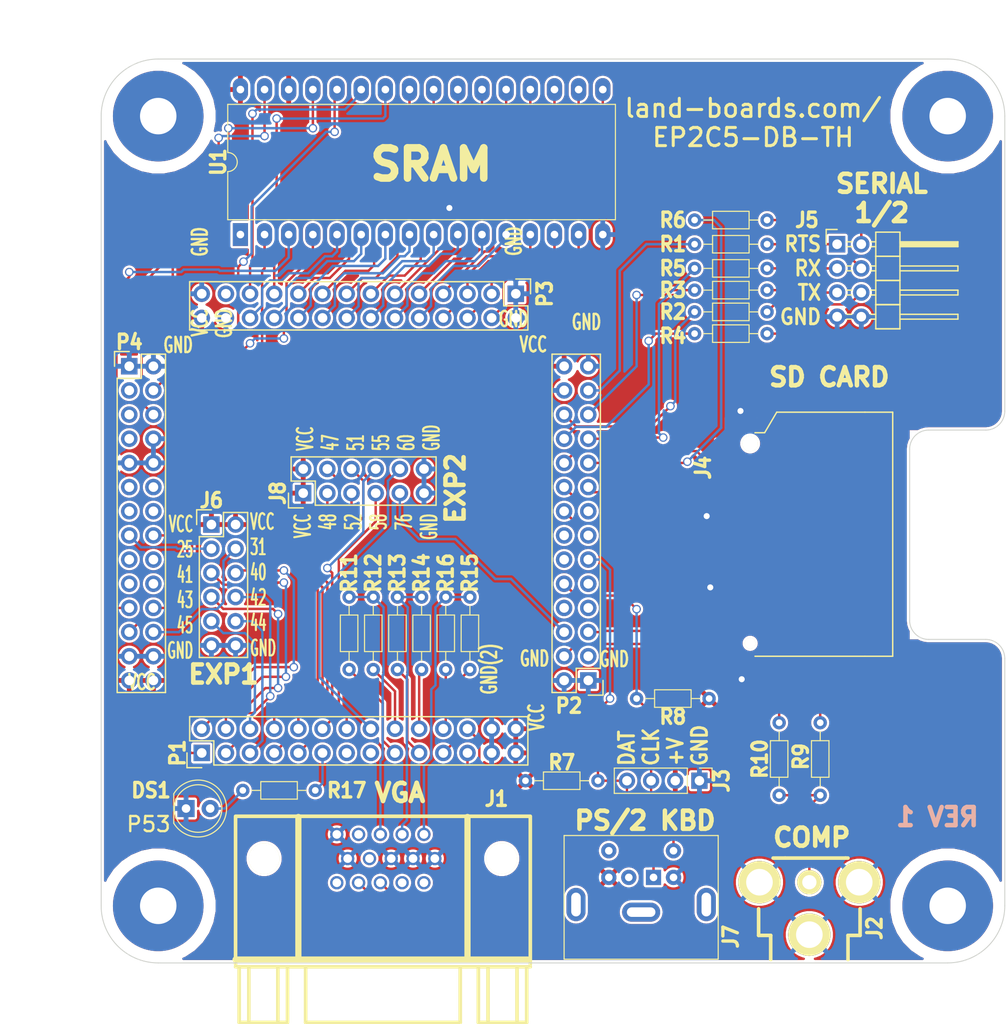
<source format=kicad_pcb>
(kicad_pcb (version 20171130) (host pcbnew "(5.1.5)-3")
  (title_block (title EP2C5-DB) (date 2016-12-29) (rev X2) (company land-boards.com))
  (layers (0 F.Cu signal) (31 B.Cu signal) (36 B.SilkS user) (37 F.SilkS user) (38 B.Mask user) (39 F.Mask user) (44 Edge.Cuts user))
  (net 0 "")
  (net 1 GND)
  (net 2 VCC)
  (net 3 /P63)
  (net 4 /P64)
  (net 5 /P65)
  (net 6 /P67)
  (net 7 /P71)
  (net 8 /P72)
  (net 9 /P112)
  (net 10 /P113)
  (net 11 /P114)
  (net 12 /P115)
  (net 13 /P118)
  (net 14 /P119)
  (net 15 /P120)
  (net 16 /P121)
  (net 17 /P122)
  (net 18 /P125)
  (net 19 /P129)
  (net 20 /P132)
  (net 21 /P133)
  (net 22 /P134)
  (net 23 /P135)
  (net 24 /P136)
  (net 25 /P137)
  (net 26 /P139)
  (net 27 /P141)
  (net 28 /P142)
  (net 29 /P143)
  (net 30 /P8)
  (net 31 /P24)
  (net 32 /P30)
  (net 33 /P28)
  (net 34 /P4)
  (net 35 /P86)
  (net 36 /P87)
  (net 37 /P96)
  (net 38 /P99)
  (net 39 /P100)
  (net 40 /P101)
  (net 41 /P103)
  (net 42 /P104)
  (net 43 /P74)
  (net 44 /P75)
  (net 45 /P97)
  (net 46 /P94)
  (net 47 /P40)
  (net 48 /P41)
  (net 49 /P42)
  (net 50 /P43)
  (net 51 /P44)
  (net 52 /P45)
  (net 53 /P47)
  (net 54 /P48)
  (net 55 /P69)
  (net 56 /P70)
  (net 57 /RTS1)
  (net 58 /RTS2)
  (net 59 /RX1)
  (net 60 /RX2)
  (net 61 /TX1)
  (net 62 /TX2)
  (net 63 "Net-(J1-Pad3)")
  (net 64 "Net-(J1-Pad2)")
  (net 65 "Net-(J1-Pad1)")
  (net 66 "Net-(J2-Pad4)")
  (net 67 /P52)
  (net 68 /P25)
  (net 69 /P31)
  (net 70 /P92)
  (net 71 /P93)
  (net 72 /P51)
  (net 73 /P53)
  (net 74 /P55)
  (net 75 /P58)
  (net 76 /P60)
  (net 77 /P32)
  (net 78 /P76)
  (net 79 /P126)
  (net 80 "Net-(DS1-Pad2)")
  (module Resistor_THT:R_Axial_DIN0204_L3.6mm_D1.6mm_P7.62mm_Horizontal (layer F.Cu) (at 73.914 77.216 180)
    (fp_text reference R8 (at 3.81 -1.92 180) (layer F.SilkS) (effects (font (size 1.524 1.397) (thickness 0.34925))))
    (fp_text value 10K)
    (pad 2 thru_hole oval (at 7.62 0 180) (size 1.4 1.4) (drill 0.7) (layers *.Cu *.Mask) (net 35 /P86))
    (pad 1 thru_hole circle (at 0 0 180) (size 1.4 1.4) (drill 0.7) (layers *.Cu *.Mask) (net 2 VCC))
  )
  (module LEDs:LED_D5.0mm (layer F.Cu) (at 18.923 88.773)
    (fp_text reference DS1 (at -3.683 -1.905) (layer F.SilkS) (effects (font (size 1.524 1.397) (thickness 0.34925))))
    (fp_text value LED_ALT hide)
    (pad 1 thru_hole rect (at 0 0) (size 1.8 1.8) (drill 0.9) (layers *.Cu *.Mask) (net 1 GND))
    (pad 2 thru_hole circle (at 2.54 0) (size 1.8 1.8) (drill 0.9) (layers *.Cu *.Mask) (net 80 "Net-(DS1-Pad2)"))
  )
  (module LandBoards_Conns:Connector_Mini-DIN_Female_6Pin_2rows (layer F.Cu) (at 68.072 96.012)
    (fp_text reference J7 (at 8.128 6.223 270) (layer F.SilkS) (effects (font (size 1.524 1.397) (thickness 0.34925))))
    (fp_text value Conn_01x06)
    (pad 7 thru_hole oval (at -8.15 2.85) (size 2 3.5) (drill oval 1 2.5) (layers *.Cu *.Mask))
    (pad 7 thru_hole oval (at 5.55 2.85) (size 2 3.5) (drill oval 1 2.5) (layers *.Cu *.Mask))
    (pad 1 thru_hole rect (at 0 0) (size 1.6 1.6) (drill 0.8) (layers *.Cu *.Mask) (net 36 /P87))
    (pad 2 thru_hole circle (at -2.6 0) (size 1.6 1.6) (drill 0.8) (layers *.Cu *.Mask))
    (pad 3 thru_hole circle (at 2.1 0) (size 1.6 1.6) (drill 0.8) (layers *.Cu *.Mask) (net 1 GND))
    (pad 4 thru_hole circle (at -4.7 0) (size 1.6 1.6) (drill 0.8) (layers *.Cu *.Mask) (net 2 VCC))
    (pad 5 thru_hole circle (at 2.1 -2.8) (size 1.6 1.6) (drill 0.8) (layers *.Cu *.Mask) (net 35 /P86))
    (pad 6 thru_hole circle (at -4.7 -2.8) (size 1.6 1.6) (drill 0.8) (layers *.Cu *.Mask))
    (pad 7 thru_hole oval (at -1.3 3.65) (size 4 2) (drill oval 3 1) (layers *.Cu *.Mask))
  )
  (module DougsNewMods:RCA (layer F.Cu) (at 84.455 96.52 180)
    (fp_text reference J2 (at -6.858 -4.826 270) (layer F.SilkS) (effects (font (size 1.524 1.397) (thickness 0.34925))))
    (fp_text value RCA-JACK hide)
    (pad 1 thru_hole circle (at 0 -5.5118 180) (size 4.445 4.445) (drill 2.794) (layers *.Cu *.Mask F.SilkS) (net 1 GND))
    (pad 2 thru_hole circle (at -5.2451 0 180) (size 4.445 4.445) (drill 2.794) (layers *.Cu *.Mask F.SilkS) (net 1 GND))
    (pad 3 thru_hole circle (at 5.2451 0 180) (size 4.445 4.445) (drill 2.794) (layers *.Cu *.Mask F.SilkS) (net 1 GND))
    (pad 4 thru_hole circle (at 0 0 180) (size 2.54 2.54) (drill 1.4986) (layers *.Cu *.Mask F.SilkS) (net 66 "Net-(J2-Pad4)"))
  )
  (module MTG-6-32 (layer F.Cu) (at 99 16 180)
    (fp_text reference MTG3 hide)
    (fp_text value MTG_HOLE hide)
    (pad 1 thru_hole circle (at 0 0 180) (size 9.525 9.525) (drill 3.8354) (layers *.Cu *.Mask) (clearance 1.27))
  )
  (module MTG-6-32 (layer F.Cu) (at 99 99 180)
    (fp_text reference MTG1 hide)
    (fp_text value MTG_HOLE hide)
    (pad 1 thru_hole circle (at 0 0 180) (size 9.525 9.525) (drill 3.8354) (layers *.Cu *.Mask) (clearance 1.27))
  )
  (module Pin_Headers:Pin_Header_Straight_2x14 (layer F.Cu) (at 20.574 82.931 90)
    (fp_text reference P1 (at 0 -2.54 90) (layer F.SilkS) (effects (font (size 1.524 1.397) (thickness 0.34925))))
    (fp_text value CONN_02X14 hide)
    (pad 1 thru_hole rect (at 0 0 90) (size 1.7272 1.7272) (drill 1.016) (layers *.Cu *.Mask) (net 47 /P40))
    (pad 2 thru_hole oval (at 2.54 0 90) (size 1.7272 1.7272) (drill 1.016) (layers *.Cu *.Mask) (net 48 /P41))
    (pad 3 thru_hole oval (at 0 2.54 90) (size 1.7272 1.7272) (drill 1.016) (layers *.Cu *.Mask) (net 49 /P42))
    (pad 4 thru_hole oval (at 2.54 2.54 90) (size 1.7272 1.7272) (drill 1.016) (layers *.Cu *.Mask) (net 50 /P43))
    (pad 5 thru_hole oval (at 0 5.08 90) (size 1.7272 1.7272) (drill 1.016) (layers *.Cu *.Mask) (net 51 /P44))
    (pad 6 thru_hole oval (at 2.54 5.08 90) (size 1.7272 1.7272) (drill 1.016) (layers *.Cu *.Mask) (net 52 /P45))
    (pad 7 thru_hole oval (at 0 7.62 90) (size 1.7272 1.7272) (drill 1.016) (layers *.Cu *.Mask) (net 53 /P47))
    (pad 8 thru_hole oval (at 2.54 7.62 90) (size 1.7272 1.7272) (drill 1.016) (layers *.Cu *.Mask) (net 54 /P48))
    (pad 9 thru_hole oval (at 0 10.16 90) (size 1.7272 1.7272) (drill 1.016) (layers *.Cu *.Mask) (net 72 /P51))
    (pad 10 thru_hole oval (at 2.54 10.16 90) (size 1.7272 1.7272) (drill 1.016) (layers *.Cu *.Mask) (net 67 /P52))
    (pad 11 thru_hole oval (at 0 12.7 90) (size 1.7272 1.7272) (drill 1.016) (layers *.Cu *.Mask) (net 73 /P53))
    (pad 12 thru_hole oval (at 2.54 12.7 90) (size 1.7272 1.7272) (drill 1.016) (layers *.Cu *.Mask) (net 74 /P55))
    (pad 13 thru_hole oval (at 0 15.24 90) (size 1.7272 1.7272) (drill 1.016) (layers *.Cu *.Mask))
    (pad 14 thru_hole oval (at 2.54 15.24 90) (size 1.7272 1.7272) (drill 1.016) (layers *.Cu *.Mask) (net 75 /P58))
    (pad 15 thru_hole oval (at 0 17.78 90) (size 1.7272 1.7272) (drill 1.016) (layers *.Cu *.Mask))
    (pad 16 thru_hole oval (at 2.54 17.78 90) (size 1.7272 1.7272) (drill 1.016) (layers *.Cu *.Mask) (net 76 /P60))
    (pad 17 thru_hole oval (at 0 20.32 90) (size 1.7272 1.7272) (drill 1.016) (layers *.Cu *.Mask) (net 3 /P63))
    (pad 18 thru_hole oval (at 2.54 20.32 90) (size 1.7272 1.7272) (drill 1.016) (layers *.Cu *.Mask) (net 4 /P64))
    (pad 19 thru_hole oval (at 0 22.86 90) (size 1.7272 1.7272) (drill 1.016) (layers *.Cu *.Mask) (net 5 /P65))
    (pad 20 thru_hole oval (at 2.54 22.86 90) (size 1.7272 1.7272) (drill 1.016) (layers *.Cu *.Mask) (net 6 /P67))
    (pad 21 thru_hole oval (at 0 25.4 90) (size 1.7272 1.7272) (drill 1.016) (layers *.Cu *.Mask) (net 55 /P69))
    (pad 22 thru_hole oval (at 2.54 25.4 90) (size 1.7272 1.7272) (drill 1.016) (layers *.Cu *.Mask) (net 56 /P70))
    (pad 23 thru_hole oval (at 0 27.94 90) (size 1.7272 1.7272) (drill 1.016) (layers *.Cu *.Mask) (net 7 /P71))
    (pad 24 thru_hole oval (at 2.54 27.94 90) (size 1.7272 1.7272) (drill 1.016) (layers *.Cu *.Mask) (net 8 /P72))
    (pad 25 thru_hole oval (at 0 30.48 90) (size 1.7272 1.7272) (drill 1.016) (layers *.Cu *.Mask) (net 1 GND))
    (pad 26 thru_hole oval (at 2.54 30.48 90) (size 1.7272 1.7272) (drill 1.016) (layers *.Cu *.Mask) (net 1 GND))
    (pad 27 thru_hole oval (at 0 33.02 90) (size 1.7272 1.7272) (drill 1.016) (layers *.Cu *.Mask) (net 2 VCC))
    (pad 28 thru_hole oval (at 2.54 33.02 90) (size 1.7272 1.7272) (drill 1.016) (layers *.Cu *.Mask) (net 2 VCC))
  )
  (module Pin_Headers:Pin_Header_Straight_2x14 (layer F.Cu) (at 61.214 75.311 180)
    (fp_text reference P2 (at 2.032 -2.667 180) (layer F.SilkS) (effects (font (size 1.524 1.397) (thickness 0.34925))))
    (fp_text value CONN_02X14 hide)
    (pad 1 thru_hole rect (at 0 0 180) (size 1.7272 1.7272) (drill 1.016) (layers *.Cu *.Mask) (net 1 GND))
    (pad 2 thru_hole oval (at 2.54 0 180) (size 1.7272 1.7272) (drill 1.016) (layers *.Cu *.Mask) (net 1 GND))
    (pad 3 thru_hole oval (at 0 2.54 180) (size 1.7272 1.7272) (drill 1.016) (layers *.Cu *.Mask))
    (pad 4 thru_hole oval (at 2.54 2.54 180) (size 1.7272 1.7272) (drill 1.016) (layers *.Cu *.Mask) (net 43 /P74))
    (pad 5 thru_hole oval (at 0 5.08 180) (size 1.7272 1.7272) (drill 1.016) (layers *.Cu *.Mask) (net 44 /P75))
    (pad 6 thru_hole oval (at 2.54 5.08 180) (size 1.7272 1.7272) (drill 1.016) (layers *.Cu *.Mask) (net 78 /P76))
    (pad 7 thru_hole oval (at 0 7.62 180) (size 1.7272 1.7272) (drill 1.016) (layers *.Cu *.Mask))
    (pad 8 thru_hole oval (at 2.54 7.62 180) (size 1.7272 1.7272) (drill 1.016) (layers *.Cu *.Mask))
    (pad 9 thru_hole oval (at 0 10.16 180) (size 1.7272 1.7272) (drill 1.016) (layers *.Cu *.Mask))
    (pad 10 thru_hole oval (at 2.54 10.16 180) (size 1.7272 1.7272) (drill 1.016) (layers *.Cu *.Mask) (net 35 /P86))
    (pad 11 thru_hole oval (at 0 12.7 180) (size 1.7272 1.7272) (drill 1.016) (layers *.Cu *.Mask) (net 36 /P87))
    (pad 12 thru_hole oval (at 2.54 12.7 180) (size 1.7272 1.7272) (drill 1.016) (layers *.Cu *.Mask))
    (pad 13 thru_hole oval (at 0 15.24 180) (size 1.7272 1.7272) (drill 1.016) (layers *.Cu *.Mask))
    (pad 14 thru_hole oval (at 2.54 15.24 180) (size 1.7272 1.7272) (drill 1.016) (layers *.Cu *.Mask))
    (pad 15 thru_hole oval (at 0 17.78 180) (size 1.7272 1.7272) (drill 1.016) (layers *.Cu *.Mask))
    (pad 16 thru_hole oval (at 2.54 17.78 180) (size 1.7272 1.7272) (drill 1.016) (layers *.Cu *.Mask) (net 70 /P92))
    (pad 17 thru_hole oval (at 0 20.32 180) (size 1.7272 1.7272) (drill 1.016) (layers *.Cu *.Mask) (net 71 /P93))
    (pad 18 thru_hole oval (at 2.54 20.32 180) (size 1.7272 1.7272) (drill 1.016) (layers *.Cu *.Mask) (net 46 /P94))
    (pad 19 thru_hole oval (at 0 22.86 180) (size 1.7272 1.7272) (drill 1.016) (layers *.Cu *.Mask) (net 37 /P96))
    (pad 20 thru_hole oval (at 2.54 22.86 180) (size 1.7272 1.7272) (drill 1.016) (layers *.Cu *.Mask) (net 45 /P97))
    (pad 21 thru_hole oval (at 0 25.4 180) (size 1.7272 1.7272) (drill 1.016) (layers *.Cu *.Mask) (net 38 /P99))
    (pad 22 thru_hole oval (at 2.54 25.4 180) (size 1.7272 1.7272) (drill 1.016) (layers *.Cu *.Mask) (net 39 /P100))
    (pad 23 thru_hole oval (at 0 27.94 180) (size 1.7272 1.7272) (drill 1.016) (layers *.Cu *.Mask) (net 40 /P101))
    (pad 24 thru_hole oval (at 2.54 27.94 180) (size 1.7272 1.7272) (drill 1.016) (layers *.Cu *.Mask) (net 41 /P103))
    (pad 25 thru_hole oval (at 0 30.48 180) (size 1.7272 1.7272) (drill 1.016) (layers *.Cu *.Mask) (net 42 /P104))
    (pad 26 thru_hole oval (at 2.54 30.48 180) (size 1.7272 1.7272) (drill 1.016) (layers *.Cu *.Mask) (net 1 GND))
    (pad 27 thru_hole oval (at 0 33.02 180) (size 1.7272 1.7272) (drill 1.016) (layers *.Cu *.Mask) (net 1 GND))
    (pad 28 thru_hole oval (at 2.54 33.02 180) (size 1.7272 1.7272) (drill 1.016) (layers *.Cu *.Mask) (net 2 VCC))
  )
  (module Pin_Headers:Pin_Header_Straight_2x14 (layer F.Cu) (at 53.594 34.671 270)
    (fp_text reference P3 (at 0 -3.048 270) (layer F.SilkS) (effects (font (size 1.524 1.397) (thickness 0.34925))))
    (fp_text value CONN_02X14 hide)
    (pad 1 thru_hole rect (at 0 0 270) (size 1.7272 1.7272) (drill 1.016) (layers *.Cu *.Mask) (net 1 GND))
    (pad 2 thru_hole oval (at 2.54 0 270) (size 1.7272 1.7272) (drill 1.016) (layers *.Cu *.Mask) (net 1 GND))
    (pad 3 thru_hole oval (at 0 2.54 270) (size 1.7272 1.7272) (drill 1.016) (layers *.Cu *.Mask) (net 9 /P112))
    (pad 4 thru_hole oval (at 2.54 2.54 270) (size 1.7272 1.7272) (drill 1.016) (layers *.Cu *.Mask) (net 10 /P113))
    (pad 5 thru_hole oval (at 0 5.08 270) (size 1.7272 1.7272) (drill 1.016) (layers *.Cu *.Mask) (net 11 /P114))
    (pad 6 thru_hole oval (at 2.54 5.08 270) (size 1.7272 1.7272) (drill 1.016) (layers *.Cu *.Mask) (net 12 /P115))
    (pad 7 thru_hole oval (at 0 7.62 270) (size 1.7272 1.7272) (drill 1.016) (layers *.Cu *.Mask) (net 13 /P118))
    (pad 8 thru_hole oval (at 2.54 7.62 270) (size 1.7272 1.7272) (drill 1.016) (layers *.Cu *.Mask) (net 14 /P119))
    (pad 9 thru_hole oval (at 0 10.16 270) (size 1.7272 1.7272) (drill 1.016) (layers *.Cu *.Mask) (net 15 /P120))
    (pad 10 thru_hole oval (at 2.54 10.16 270) (size 1.7272 1.7272) (drill 1.016) (layers *.Cu *.Mask) (net 16 /P121))
    (pad 11 thru_hole oval (at 0 12.7 270) (size 1.7272 1.7272) (drill 1.016) (layers *.Cu *.Mask) (net 17 /P122))
    (pad 12 thru_hole oval (at 2.54 12.7 270) (size 1.7272 1.7272) (drill 1.016) (layers *.Cu *.Mask) (net 18 /P125))
    (pad 13 thru_hole oval (at 0 15.24 270) (size 1.7272 1.7272) (drill 1.016) (layers *.Cu *.Mask) (net 79 /P126))
    (pad 14 thru_hole oval (at 2.54 15.24 270) (size 1.7272 1.7272) (drill 1.016) (layers *.Cu *.Mask) (net 19 /P129))
    (pad 15 thru_hole oval (at 0 17.78 270) (size 1.7272 1.7272) (drill 1.016) (layers *.Cu *.Mask) (net 20 /P132))
    (pad 16 thru_hole oval (at 2.54 17.78 270) (size 1.7272 1.7272) (drill 1.016) (layers *.Cu *.Mask) (net 21 /P133))
    (pad 17 thru_hole oval (at 0 20.32 270) (size 1.7272 1.7272) (drill 1.016) (layers *.Cu *.Mask) (net 22 /P134))
    (pad 18 thru_hole oval (at 2.54 20.32 270) (size 1.7272 1.7272) (drill 1.016) (layers *.Cu *.Mask) (net 23 /P135))
    (pad 19 thru_hole oval (at 0 22.86 270) (size 1.7272 1.7272) (drill 1.016) (layers *.Cu *.Mask) (net 24 /P136))
    (pad 20 thru_hole oval (at 2.54 22.86 270) (size 1.7272 1.7272) (drill 1.016) (layers *.Cu *.Mask) (net 25 /P137))
    (pad 21 thru_hole oval (at 0 25.4 270) (size 1.7272 1.7272) (drill 1.016) (layers *.Cu *.Mask) (net 26 /P139))
    (pad 22 thru_hole oval (at 2.54 25.4 270) (size 1.7272 1.7272) (drill 1.016) (layers *.Cu *.Mask) (net 27 /P141))
    (pad 23 thru_hole oval (at 0 27.94 270) (size 1.7272 1.7272) (drill 1.016) (layers *.Cu *.Mask) (net 28 /P142))
    (pad 24 thru_hole oval (at 2.54 27.94 270) (size 1.7272 1.7272) (drill 1.016) (layers *.Cu *.Mask) (net 29 /P143))
    (pad 25 thru_hole oval (at 0 30.48 270) (size 1.7272 1.7272) (drill 1.016) (layers *.Cu *.Mask))
    (pad 26 thru_hole oval (at 2.54 30.48 270) (size 1.7272 1.7272) (drill 1.016) (layers *.Cu *.Mask) (net 1 GND))
    (pad 27 thru_hole oval (at 0 33.02 270) (size 1.7272 1.7272) (drill 1.016) (layers *.Cu *.Mask) (net 1 GND))
    (pad 28 thru_hole oval (at 2.54 33.02 270) (size 1.7272 1.7272) (drill 1.016) (layers *.Cu *.Mask) (net 2 VCC))
  )
  (module Pin_Headers:Pin_Header_Straight_2x14 (layer F.Cu) (at 12.954 42.291)
    (fp_text reference P4 (at 0 -2.54) (layer F.SilkS) (effects (font (size 1.524 1.397) (thickness 0.34925))))
    (fp_text value CONN_02X14 hide)
    (pad 1 thru_hole rect (at 0 0) (size 1.7272 1.7272) (drill 1.016) (layers *.Cu *.Mask) (net 1 GND))
    (pad 2 thru_hole oval (at 2.54 0) (size 1.7272 1.7272) (drill 1.016) (layers *.Cu *.Mask) (net 1 GND))
    (pad 3 thru_hole oval (at 0 2.54) (size 1.7272 1.7272) (drill 1.016) (layers *.Cu *.Mask))
    (pad 4 thru_hole oval (at 2.54 2.54) (size 1.7272 1.7272) (drill 1.016) (layers *.Cu *.Mask) (net 34 /P4))
    (pad 5 thru_hole oval (at 0 5.08) (size 1.7272 1.7272) (drill 1.016) (layers *.Cu *.Mask))
    (pad 6 thru_hole oval (at 2.54 5.08) (size 1.7272 1.7272) (drill 1.016) (layers *.Cu *.Mask) (net 30 /P8))
    (pad 7 thru_hole oval (at 0 7.62) (size 1.7272 1.7272) (drill 1.016) (layers *.Cu *.Mask))
    (pad 8 thru_hole oval (at 2.54 7.62) (size 1.7272 1.7272) (drill 1.016) (layers *.Cu *.Mask) (net 1 GND))
    (pad 9 thru_hole oval (at 0 10.16) (size 1.7272 1.7272) (drill 1.016) (layers *.Cu *.Mask) (net 1 GND))
    (pad 10 thru_hole oval (at 2.54 10.16) (size 1.7272 1.7272) (drill 1.016) (layers *.Cu *.Mask) (net 1 GND))
    (pad 11 thru_hole oval (at 0 12.7) (size 1.7272 1.7272) (drill 1.016) (layers *.Cu *.Mask))
    (pad 12 thru_hole oval (at 2.54 12.7) (size 1.7272 1.7272) (drill 1.016) (layers *.Cu *.Mask))
    (pad 13 thru_hole oval (at 0 15.24) (size 1.7272 1.7272) (drill 1.016) (layers *.Cu *.Mask))
    (pad 14 thru_hole oval (at 2.54 15.24) (size 1.7272 1.7272) (drill 1.016) (layers *.Cu *.Mask))
    (pad 15 thru_hole oval (at 0 17.78) (size 1.7272 1.7272) (drill 1.016) (layers *.Cu *.Mask) (net 68 /P25))
    (pad 16 thru_hole oval (at 2.54 17.78) (size 1.7272 1.7272) (drill 1.016) (layers *.Cu *.Mask) (net 31 /P24))
    (pad 17 thru_hole oval (at 0 20.32) (size 1.7272 1.7272) (drill 1.016) (layers *.Cu *.Mask))
    (pad 18 thru_hole oval (at 2.54 20.32) (size 1.7272 1.7272) (drill 1.016) (layers *.Cu *.Mask))
    (pad 19 thru_hole oval (at 0 22.86) (size 1.7272 1.7272) (drill 1.016) (layers *.Cu *.Mask))
    (pad 20 thru_hole oval (at 2.54 22.86) (size 1.7272 1.7272) (drill 1.016) (layers *.Cu *.Mask))
    (pad 21 thru_hole oval (at 0 25.4) (size 1.7272 1.7272) (drill 1.016) (layers *.Cu *.Mask) (net 32 /P30))
    (pad 22 thru_hole oval (at 2.54 25.4) (size 1.7272 1.7272) (drill 1.016) (layers *.Cu *.Mask) (net 33 /P28))
    (pad 23 thru_hole oval (at 0 27.94) (size 1.7272 1.7272) (drill 1.016) (layers *.Cu *.Mask) (net 77 /P32))
    (pad 24 thru_hole oval (at 2.54 27.94) (size 1.7272 1.7272) (drill 1.016) (layers *.Cu *.Mask) (net 69 /P31))
    (pad 25 thru_hole oval (at 0 30.48) (size 1.7272 1.7272) (drill 1.016) (layers *.Cu *.Mask) (net 1 GND))
    (pad 26 thru_hole oval (at 2.54 30.48) (size 1.7272 1.7272) (drill 1.016) (layers *.Cu *.Mask) (net 1 GND))
    (pad 27 thru_hole oval (at 0 33.02) (size 1.7272 1.7272) (drill 1.016) (layers *.Cu *.Mask) (net 2 VCC))
    (pad 28 thru_hole oval (at 2.54 33.02) (size 1.7272 1.7272) (drill 1.016) (layers *.Cu *.Mask) (net 2 VCC))
  )
  (module Pin_Headers:Pin_Header_Straight_2x06 (layer F.Cu) (at 21.59 58.928)
    (fp_text reference J6 (at 0 -2.54) (layer F.SilkS) (effects (font (size 1.524 1.397) (thickness 0.34925))))
    (fp_text value CONN_02X06 hide)
    (pad 1 thru_hole rect (at 0 0) (size 1.7272 1.7272) (drill 1.016) (layers *.Cu *.Mask) (net 2 VCC))
    (pad 2 thru_hole oval (at 2.54 0) (size 1.7272 1.7272) (drill 1.016) (layers *.Cu *.Mask) (net 2 VCC))
    (pad 3 thru_hole oval (at 0 2.54) (size 1.7272 1.7272) (drill 1.016) (layers *.Cu *.Mask) (net 68 /P25))
    (pad 4 thru_hole oval (at 2.54 2.54) (size 1.7272 1.7272) (drill 1.016) (layers *.Cu *.Mask) (net 69 /P31))
    (pad 5 thru_hole oval (at 0 5.08) (size 1.7272 1.7272) (drill 1.016) (layers *.Cu *.Mask) (net 48 /P41))
    (pad 6 thru_hole oval (at 2.54 5.08) (size 1.7272 1.7272) (drill 1.016) (layers *.Cu *.Mask) (net 47 /P40))
    (pad 7 thru_hole oval (at 0 7.62) (size 1.7272 1.7272) (drill 1.016) (layers *.Cu *.Mask) (net 50 /P43))
    (pad 8 thru_hole oval (at 2.54 7.62) (size 1.7272 1.7272) (drill 1.016) (layers *.Cu *.Mask) (net 49 /P42))
    (pad 9 thru_hole oval (at 0 10.16) (size 1.7272 1.7272) (drill 1.016) (layers *.Cu *.Mask) (net 52 /P45))
    (pad 10 thru_hole oval (at 2.54 10.16) (size 1.7272 1.7272) (drill 1.016) (layers *.Cu *.Mask) (net 51 /P44))
    (pad 11 thru_hole oval (at 0 12.7) (size 1.7272 1.7272) (drill 1.016) (layers *.Cu *.Mask) (net 1 GND))
    (pad 12 thru_hole oval (at 2.54 12.7) (size 1.7272 1.7272) (drill 1.016) (layers *.Cu *.Mask) (net 1 GND))
  )
  (module Pin_Headers:Pin_Header_Angled_2x04 (layer F.Cu) (at 87.376 29.464)
    (fp_text reference J5 (at -3.175 -2.54) (layer F.SilkS) (effects (font (size 1.524 1.397) (thickness 0.34925))))
    (fp_text value CONN_02X04 hide)
    (pad 1 thru_hole rect (at 0 0) (size 1.7272 1.7272) (drill 1.016) (layers *.Cu *.Mask) (net 57 /RTS1))
    (pad 2 thru_hole oval (at 2.54 0) (size 1.7272 1.7272) (drill 1.016) (layers *.Cu *.Mask) (net 58 /RTS2))
    (pad 3 thru_hole oval (at 0 2.54) (size 1.7272 1.7272) (drill 1.016) (layers *.Cu *.Mask) (net 59 /RX1))
    (pad 4 thru_hole oval (at 2.54 2.54) (size 1.7272 1.7272) (drill 1.016) (layers *.Cu *.Mask) (net 60 /RX2))
    (pad 5 thru_hole oval (at 0 5.08) (size 1.7272 1.7272) (drill 1.016) (layers *.Cu *.Mask) (net 61 /TX1))
    (pad 6 thru_hole oval (at 2.54 5.08) (size 1.7272 1.7272) (drill 1.016) (layers *.Cu *.Mask) (net 62 /TX2))
    (pad 7 thru_hole oval (at 0 7.62) (size 1.7272 1.7272) (drill 1.016) (layers *.Cu *.Mask) (net 1 GND))
    (pad 8 thru_hole oval (at 2.54 7.62) (size 1.7272 1.7272) (drill 1.016) (layers *.Cu *.Mask) (net 1 GND))
  )
  (module MTG-6-32 (layer F.Cu) (at 16 99)
    (fp_text reference MTG2 hide)
    (fp_text value MTG_HOLE hide)
    (pad 1 thru_hole circle (at 0 0) (size 9.525 9.525) (drill 3.8354) (layers *.Cu *.Mask) (clearance 1.27))
  )
  (module Pin_Headers:Pin_Header_Straight_2x06 (layer F.Cu) (at 31.242 55.626 90)
    (fp_text reference J8 (at 0 -2.667 270) (layer F.SilkS) (effects (font (size 1.524 1.397) (thickness 0.34925))))
    (fp_text value CONN_02X06 hide)
    (pad 1 thru_hole rect (at 0 0 90) (size 1.7272 1.7272) (drill 1.016) (layers *.Cu *.Mask) (net 2 VCC))
    (pad 2 thru_hole oval (at 2.54 0 90) (size 1.7272 1.7272) (drill 1.016) (layers *.Cu *.Mask) (net 2 VCC))
    (pad 3 thru_hole oval (at 0 2.54 90) (size 1.7272 1.7272) (drill 1.016) (layers *.Cu *.Mask) (net 54 /P48))
    (pad 4 thru_hole oval (at 2.54 2.54 90) (size 1.7272 1.7272) (drill 1.016) (layers *.Cu *.Mask) (net 53 /P47))
    (pad 5 thru_hole oval (at 0 5.08 90) (size 1.7272 1.7272) (drill 1.016) (layers *.Cu *.Mask) (net 67 /P52))
    (pad 6 thru_hole oval (at 2.54 5.08 90) (size 1.7272 1.7272) (drill 1.016) (layers *.Cu *.Mask) (net 72 /P51))
    (pad 7 thru_hole oval (at 0 7.62 90) (size 1.7272 1.7272) (drill 1.016) (layers *.Cu *.Mask) (net 75 /P58))
    (pad 8 thru_hole oval (at 2.54 7.62 90) (size 1.7272 1.7272) (drill 1.016) (layers *.Cu *.Mask) (net 74 /P55))
    (pad 9 thru_hole oval (at 0 10.16 90) (size 1.7272 1.7272) (drill 1.016) (layers *.Cu *.Mask) (net 78 /P76))
    (pad 10 thru_hole oval (at 2.54 10.16 90) (size 1.7272 1.7272) (drill 1.016) (layers *.Cu *.Mask) (net 76 /P60))
    (pad 11 thru_hole oval (at 0 12.7 90) (size 1.7272 1.7272) (drill 1.016) (layers *.Cu *.Mask) (net 1 GND))
    (pad 12 thru_hole oval (at 2.54 12.7 90) (size 1.7272 1.7272) (drill 1.016) (layers *.Cu *.Mask) (net 1 GND))
  )
  (module LandBoards_Conns:DB_15F-VGA-fixed (layer F.Cu) (at 39.624 98.044)
    (fp_text reference J1 (at 11.938 -10.287) (layer F.SilkS) (effects (font (size 1.524 1.397) (thickness 0.34925))))
    (fp_text value VGA (at 1.778 -10.922) (layer F.SilkS) (effects (font (size 1.905 1.905) (thickness 0.47625))))
    (pad "" np_thru_hole circle (at 12.49426 -4.01066) (size 3.2 3.2) (drill 3.2) (layers *.Cu *.Mask F.SilkS))
    (pad 3 thru_hole circle (at -0.2667 -6.55066) (size 1.397 1.397) (drill 0.889) (layers *.Cu *.Mask) (net 63 "Net-(J1-Pad3)"))
    (pad 2 thru_hole circle (at 2.0193 -6.55066) (size 1.397 1.397) (drill 0.9144) (layers *.Cu *.Mask) (net 64 "Net-(J1-Pad2)"))
    (pad 1 thru_hole circle (at 4.31038 -6.55066) (size 1.397 1.397) (drill 0.9144) (layers *.Cu *.Mask) (net 65 "Net-(J1-Pad1)"))
    (pad 4 thru_hole circle (at -2.56032 -6.55066) (size 1.397 1.397) (drill 0.9144) (layers *.Cu *.Mask))
    (pad 5 thru_hole circle (at -4.84886 -6.55066) (size 1.397 1.397) (drill 0.9144) (layers *.Cu *.Mask) (net 1 GND))
    (pad 9 thru_hole circle (at -1.41478 -4.01066) (size 1.397 1.397) (drill 0.9144) (layers *.Cu *.Mask))
    (pad 8 thru_hole circle (at 0.87376 -4.01066) (size 1.397 1.397) (drill 0.9144) (layers *.Cu *.Mask) (net 1 GND))
    (pad 7 thru_hole circle (at 3.16484 -4.01066) (size 1.397 1.397) (drill 0.9144) (layers *.Cu *.Mask) (net 1 GND))
    (pad 6 thru_hole circle (at 5.45592 -4.01066) (size 1.397 1.397) (drill 0.9144) (layers *.Cu *.Mask) (net 1 GND))
    (pad "" np_thru_hole circle (at -12.49426 -4.01066) (size 3.2 3.2) (drill 3.2) (layers *.Cu *.Mask F.SilkS))
    (pad 10 thru_hole circle (at -3.70586 -4.01066) (size 1.397 1.397) (drill 0.9144) (layers *.Cu *.Mask) (net 1 GND))
    (pad 11 thru_hole circle (at 4.31038 -1.47066) (size 1.397 1.397) (drill 0.9144) (layers *.Cu *.Mask))
    (pad 12 thru_hole circle (at 2.0193 -1.47066) (size 1.397 1.397) (drill 0.9144) (layers *.Cu *.Mask))
    (pad 13 thru_hole circle (at -0.26924 -1.4732) (size 1.397 1.397) (drill 0.9144) (layers *.Cu *.Mask) (net 7 /P71))
    (pad 14 thru_hole circle (at -2.56032 -1.47066) (size 1.397 1.397) (drill 0.9144) (layers *.Cu *.Mask) (net 8 /P72))
    (pad 15 thru_hole circle (at -4.84886 -1.47066) (size 1.397 1.397) (drill 0.9144) (layers *.Cu *.Mask))
  )
  (module MTG-6-32 (layer F.Cu) (at 16 16)
    (fp_text reference MTG4 hide)
    (fp_text value MTG_HOLE hide)
    (pad 1 thru_hole circle (at 0 0) (size 9.525 9.525) (drill 3.8354) (layers *.Cu *.Mask) (clearance 1.27))
  )
  (module LandBoards_Conns:SD_CARD (layer F.Cu) (at 78.232 65.532 90)
    (fp_text reference J4 (at 12.573 -4.953 90) (layer F.SilkS) (effects (font (size 1.524 1.397) (thickness 0.34925))))
    (fp_text value SD_Card hide)
    (pad 11 smd rect (at -6.6 -2.8 90) (size 0.7 1.5) (layers F.Cu F.Mask))
    (pad 10 smd rect (at -5.46 -2.8 90) (size 0.7 1.5) (layers F.Cu F.Mask))
    (pad "" np_thru_hole circle (at 15.12 0 90) (size 1.6 1.6) (drill 1.6) (layers *.Cu *.Mask F.SilkS))
    (pad 2 smd rect (at 10 -2.8 90) (size 1 1.5) (layers F.Cu F.Mask) (net 71 /P93))
    (pad 1 smd rect (at 12.5 -2.8 90) (size 1 1.5) (layers F.Cu F.Mask) (net 45 /P97))
    (pad 3 smd rect (at 7.5 -2.8 90) (size 1 1.5) (layers F.Cu F.Mask) (net 1 GND))
    (pad 4 smd rect (at 5 -2.8 90) (size 1 1.5) (layers F.Cu F.Mask) (net 2 VCC))
    (pad 5 smd rect (at 2.5 -2.8 90) (size 1 1.5) (layers F.Cu F.Mask) (net 46 /P94))
    (pad 6 smd rect (at 0 -2.8 90) (size 1 1.5) (layers F.Cu F.Mask) (net 1 GND))
    (pad 7 smd rect (at -2.42 -2.8 90) (size 1 1.5) (layers F.Cu F.Mask) (net 70 /P92))
    (pad 8 smd rect (at -4.12 -2.8 90) (size 1 1.5) (layers F.Cu F.Mask))
    (pad 9 smd rect (at 15 -2.8 90) (size 1 1.5) (layers F.Cu F.Mask))
    (pad 12 smd rect (at 17.07 -1 90) (size 1.5 2.8) (layers F.Cu F.Mask) (net 1 GND))
    (pad 13 smd rect (at -8.03 -1 90) (size 1.5 2.8) (layers F.Cu F.Mask) (net 1 GND))
    (pad 14 smd rect (at -8.03 13.5 90) (size 1.5 2.8) (layers F.Cu F.Mask))
    (pad 15 smd rect (at 19.27 13.5 90) (size 1.5 2.8) (layers F.Cu F.Mask))
    (pad "" np_thru_hole circle (at -5.88 0 90) (size 1.1 1.1) (drill 1.1) (layers *.Cu *.Mask F.SilkS))
  )
  (module Connector_PinHeader_2.54mm:PinHeader_1x04_P2.54mm_Vertical (layer F.Cu) (at 72.898 85.852 270)
    (fp_text reference J3 (at 0 -2.33 270) (layer F.SilkS) (effects (font (size 1.524 1.397) (thickness 0.34925))))
    (fp_text value CONN_01X04)
    (pad 1 thru_hole rect (at 0 0 270) (size 1.7 1.7) (drill 1) (layers *.Cu *.Mask) (net 1 GND))
    (pad 2 thru_hole oval (at 0 2.54 270) (size 1.7 1.7) (drill 1) (layers *.Cu *.Mask) (net 2 VCC))
    (pad 3 thru_hole oval (at 0 5.08 270) (size 1.7 1.7) (drill 1) (layers *.Cu *.Mask) (net 35 /P86))
    (pad 4 thru_hole oval (at 0 7.62 270) (size 1.7 1.7) (drill 1) (layers *.Cu *.Mask) (net 36 /P87))
  )
  (module Resistor_THT:R_Axial_DIN0204_L3.6mm_D1.6mm_P7.62mm_Horizontal (layer F.Cu) (at 72.39 29.464)
    (fp_text reference R1 (at -2.286 0) (layer F.SilkS) (effects (font (size 1.524 1.397) (thickness 0.34925))))
    (fp_text value 2.2K)
    (pad 2 thru_hole oval (at 7.62 0) (size 1.4 1.4) (drill 0.7) (layers *.Cu *.Mask) (net 57 /RTS1))
    (pad 1 thru_hole circle (at 0 0) (size 1.4 1.4) (drill 0.7) (layers *.Cu *.Mask) (net 42 /P104))
  )
  (module Resistor_THT:R_Axial_DIN0204_L3.6mm_D1.6mm_P7.62mm_Horizontal (layer F.Cu) (at 72.39 36.576)
    (fp_text reference R2 (at -2.286 0) (layer F.SilkS) (effects (font (size 1.524 1.397) (thickness 0.34925))))
    (fp_text value 2.2K)
    (pad 1 thru_hole circle (at 0 0) (size 1.4 1.4) (drill 0.7) (layers *.Cu *.Mask) (net 41 /P103))
    (pad 2 thru_hole oval (at 7.62 0) (size 1.4 1.4) (drill 0.7) (layers *.Cu *.Mask) (net 61 /TX1))
  )
  (module Resistor_THT:R_Axial_DIN0204_L3.6mm_D1.6mm_P7.62mm_Horizontal (layer F.Cu) (at 72.39 34.29)
    (fp_text reference R3 (at -2.286 0) (layer F.SilkS) (effects (font (size 1.524 1.397) (thickness 0.34925))))
    (fp_text value 2.2K)
    (pad 2 thru_hole oval (at 7.62 0) (size 1.4 1.4) (drill 0.7) (layers *.Cu *.Mask) (net 59 /RX1))
    (pad 1 thru_hole circle (at 0 0) (size 1.4 1.4) (drill 0.7) (layers *.Cu *.Mask) (net 40 /P101))
  )
  (module Resistor_THT:R_Axial_DIN0204_L3.6mm_D1.6mm_P7.62mm_Horizontal (layer F.Cu) (at 80.01 38.862 180)
    (fp_text reference R4 (at 9.906 -0.254 180) (layer F.SilkS) (effects (font (size 1.524 1.397) (thickness 0.34925))))
    (fp_text value 2.2K)
    (pad 2 thru_hole oval (at 7.62 0 180) (size 1.4 1.4) (drill 0.7) (layers *.Cu *.Mask) (net 39 /P100))
    (pad 1 thru_hole circle (at 0 0 180) (size 1.4 1.4) (drill 0.7) (layers *.Cu *.Mask) (net 62 /TX2))
  )
  (module Resistor_THT:R_Axial_DIN0204_L3.6mm_D1.6mm_P7.62mm_Horizontal (layer F.Cu) (at 80.01 32.004 180)
    (fp_text reference R5 (at 9.906 0 180) (layer F.SilkS) (effects (font (size 1.524 1.397) (thickness 0.34925))))
    (fp_text value 2.2K)
    (pad 1 thru_hole circle (at 0 0 180) (size 1.4 1.4) (drill 0.7) (layers *.Cu *.Mask) (net 60 /RX2))
    (pad 2 thru_hole oval (at 7.62 0 180) (size 1.4 1.4) (drill 0.7) (layers *.Cu *.Mask) (net 38 /P99))
  )
  (module Resistor_THT:R_Axial_DIN0204_L3.6mm_D1.6mm_P7.62mm_Horizontal (layer F.Cu) (at 80.01 26.924 180)
    (fp_text reference R6 (at 9.906 0 180) (layer F.SilkS) (effects (font (size 1.524 1.397) (thickness 0.34925))))
    (fp_text value 2.2K)
    (pad 2 thru_hole oval (at 7.62 0 180) (size 1.4 1.4) (drill 0.7) (layers *.Cu *.Mask) (net 37 /P96))
    (pad 1 thru_hole circle (at 0 0 180) (size 1.4 1.4) (drill 0.7) (layers *.Cu *.Mask) (net 58 /RTS2))
  )
  (module Resistor_THT:R_Axial_DIN0204_L3.6mm_D1.6mm_P7.62mm_Horizontal (layer F.Cu) (at 54.61 85.852)
    (fp_text reference R7 (at 3.81 -1.92) (layer F.SilkS) (effects (font (size 1.524 1.397) (thickness 0.34925))))
    (fp_text value 10K)
    (pad 1 thru_hole circle (at 0 0) (size 1.4 1.4) (drill 0.7) (layers *.Cu *.Mask) (net 2 VCC))
    (pad 2 thru_hole oval (at 7.62 0) (size 1.4 1.4) (drill 0.7) (layers *.Cu *.Mask) (net 36 /P87))
  )
  (module Resistor_THT:R_Axial_DIN0204_L3.6mm_D1.6mm_P7.62mm_Horizontal (layer F.Cu) (at 85.598 79.756 270)
    (fp_text reference R9 (at 3.556 2.032 270) (layer F.SilkS) (effects (font (size 1.524 1.397) (thickness 0.34925))))
    (fp_text value 470)
    (pad 1 thru_hole circle (at 0 0 270) (size 1.4 1.4) (drill 0.7) (layers *.Cu *.Mask) (net 44 /P75))
    (pad 2 thru_hole oval (at 7.62 0 270) (size 1.4 1.4) (drill 0.7) (layers *.Cu *.Mask) (net 66 "Net-(J2-Pad4)"))
  )
  (module Resistor_THT:R_Axial_DIN0204_L3.6mm_D1.6mm_P7.62mm_Horizontal (layer F.Cu) (at 81.28 79.756 270)
    (fp_text reference R10 (at 3.81 2.032 270) (layer F.SilkS) (effects (font (size 1.524 1.397) (thickness 0.34925))))
    (fp_text value 1K)
    (pad 2 thru_hole oval (at 7.62 0 270) (size 1.4 1.4) (drill 0.7) (layers *.Cu *.Mask) (net 66 "Net-(J2-Pad4)"))
    (pad 1 thru_hole circle (at 0 0 270) (size 1.4 1.4) (drill 0.7) (layers *.Cu *.Mask) (net 43 /P74))
  )
  (module Resistor_THT:R_Axial_DIN0204_L3.6mm_D1.6mm_P7.62mm_Horizontal (layer F.Cu) (at 36.068 74.168 90)
    (fp_text reference R11 (at 10.16 0 90) (layer F.SilkS) (effects (font (size 1.524 1.397) (thickness 0.34925))))
    (fp_text value 470)
    (pad 1 thru_hole circle (at 0 0 90) (size 1.4 1.4) (drill 0.7) (layers *.Cu *.Mask) (net 3 /P63))
    (pad 2 thru_hole oval (at 7.62 0 90) (size 1.4 1.4) (drill 0.7) (layers *.Cu *.Mask) (net 63 "Net-(J1-Pad3)"))
  )
  (module Resistor_THT:R_Axial_DIN0204_L3.6mm_D1.6mm_P7.62mm_Horizontal (layer F.Cu) (at 38.608 74.168 90)
    (fp_text reference R12 (at 10.16 0 90) (layer F.SilkS) (effects (font (size 1.524 1.397) (thickness 0.34925))))
    (fp_text value 680)
    (pad 1 thru_hole circle (at 0 0 90) (size 1.4 1.4) (drill 0.7) (layers *.Cu *.Mask) (net 4 /P64))
    (pad 2 thru_hole oval (at 7.62 0 90) (size 1.4 1.4) (drill 0.7) (layers *.Cu *.Mask) (net 63 "Net-(J1-Pad3)"))
  )
  (module Resistor_THT:R_Axial_DIN0204_L3.6mm_D1.6mm_P7.62mm_Horizontal (layer F.Cu) (at 41.148 74.168 90)
    (fp_text reference R13 (at 10.16 0 90) (layer F.SilkS) (effects (font (size 1.524 1.397) (thickness 0.34925))))
    (fp_text value 470)
    (pad 1 thru_hole circle (at 0 0 90) (size 1.4 1.4) (drill 0.7) (layers *.Cu *.Mask) (net 5 /P65))
    (pad 2 thru_hole oval (at 7.62 0 90) (size 1.4 1.4) (drill 0.7) (layers *.Cu *.Mask) (net 64 "Net-(J1-Pad2)"))
  )
  (module Resistor_THT:R_Axial_DIN0204_L3.6mm_D1.6mm_P7.62mm_Horizontal (layer F.Cu) (at 43.688 74.168 90)
    (fp_text reference R14 (at 10.16 0 90) (layer F.SilkS) (effects (font (size 1.524 1.397) (thickness 0.34925))))
    (fp_text value 680)
    (pad 2 thru_hole oval (at 7.62 0 90) (size 1.4 1.4) (drill 0.7) (layers *.Cu *.Mask) (net 64 "Net-(J1-Pad2)"))
    (pad 1 thru_hole circle (at 0 0 90) (size 1.4 1.4) (drill 0.7) (layers *.Cu *.Mask) (net 6 /P67))
  )
  (module Resistor_THT:R_Axial_DIN0204_L3.6mm_D1.6mm_P7.62mm_Horizontal (layer F.Cu) (at 48.768 74.168 90)
    (fp_text reference R15 (at 10.16 0 90) (layer F.SilkS) (effects (font (size 1.524 1.397) (thickness 0.34925))))
    (fp_text value 470)
    (pad 1 thru_hole circle (at 0 0 90) (size 1.4 1.4) (drill 0.7) (layers *.Cu *.Mask) (net 55 /P69))
    (pad 2 thru_hole oval (at 7.62 0 90) (size 1.4 1.4) (drill 0.7) (layers *.Cu *.Mask) (net 65 "Net-(J1-Pad1)"))
  )
  (module Resistor_THT:R_Axial_DIN0204_L3.6mm_D1.6mm_P7.62mm_Horizontal (layer F.Cu) (at 46.228 74.168 90)
    (fp_text reference R16 (at 10.16 0 90) (layer F.SilkS) (effects (font (size 1.524 1.397) (thickness 0.34925))))
    (fp_text value 680)
    (pad 2 thru_hole oval (at 7.62 0 90) (size 1.4 1.4) (drill 0.7) (layers *.Cu *.Mask) (net 65 "Net-(J1-Pad1)"))
    (pad 1 thru_hole circle (at 0 0 90) (size 1.4 1.4) (drill 0.7) (layers *.Cu *.Mask) (net 56 /P70))
  )
  (module Package_DIP:DIP-32_W15.24mm_LongPads (layer F.Cu) (at 24.638 28.448 90)
    (fp_text reference U1 (at 7.62 -2.33 90) (layer F.SilkS) (effects (font (size 1.524 1.397) (thickness 0.34925))))
    (fp_text value AS6C1008)
    (pad 1 thru_hole rect (at 0 0 90) (size 2.4 1.6) (drill 0.8) (layers *.Cu *.Mask))
    (pad 17 thru_hole oval (at 15.24 38.1 90) (size 2.4 1.6) (drill 0.8) (layers *.Cu *.Mask) (net 9 /P112))
    (pad 2 thru_hole oval (at 0 2.54 90) (size 2.4 1.6) (drill 0.8) (layers *.Cu *.Mask) (net 77 /P32))
    (pad 18 thru_hole oval (at 15.24 35.56 90) (size 2.4 1.6) (drill 0.8) (layers *.Cu *.Mask) (net 11 /P114))
    (pad 3 thru_hole oval (at 0 5.08 90) (size 2.4 1.6) (drill 0.8) (layers *.Cu *.Mask) (net 32 /P30))
    (pad 19 thru_hole oval (at 15.24 33.02 90) (size 2.4 1.6) (drill 0.8) (layers *.Cu *.Mask) (net 13 /P118))
    (pad 4 thru_hole oval (at 0 7.62 90) (size 2.4 1.6) (drill 0.8) (layers *.Cu *.Mask) (net 33 /P28))
    (pad 20 thru_hole oval (at 15.24 30.48 90) (size 2.4 1.6) (drill 0.8) (layers *.Cu *.Mask) (net 15 /P120))
    (pad 5 thru_hole oval (at 0 10.16 90) (size 2.4 1.6) (drill 0.8) (layers *.Cu *.Mask) (net 29 /P143))
    (pad 21 thru_hole oval (at 15.24 27.94 90) (size 2.4 1.6) (drill 0.8) (layers *.Cu *.Mask) (net 17 /P122))
    (pad 6 thru_hole oval (at 0 12.7 90) (size 2.4 1.6) (drill 0.8) (layers *.Cu *.Mask) (net 27 /P141))
    (pad 22 thru_hole oval (at 15.24 25.4 90) (size 2.4 1.6) (drill 0.8) (layers *.Cu *.Mask) (net 79 /P126))
    (pad 7 thru_hole oval (at 0 15.24 90) (size 2.4 1.6) (drill 0.8) (layers *.Cu *.Mask) (net 25 /P137))
    (pad 23 thru_hole oval (at 15.24 22.86 90) (size 2.4 1.6) (drill 0.8) (layers *.Cu *.Mask) (net 20 /P132))
    (pad 8 thru_hole oval (at 0 17.78 90) (size 2.4 1.6) (drill 0.8) (layers *.Cu *.Mask) (net 23 /P135))
    (pad 24 thru_hole oval (at 15.24 20.32 90) (size 2.4 1.6) (drill 0.8) (layers *.Cu *.Mask) (net 22 /P134))
    (pad 9 thru_hole oval (at 0 20.32 90) (size 2.4 1.6) (drill 0.8) (layers *.Cu *.Mask) (net 21 /P133))
    (pad 25 thru_hole oval (at 15.24 17.78 90) (size 2.4 1.6) (drill 0.8) (layers *.Cu *.Mask) (net 24 /P136))
    (pad 10 thru_hole oval (at 0 22.86 90) (size 2.4 1.6) (drill 0.8) (layers *.Cu *.Mask) (net 19 /P129))
    (pad 26 thru_hole oval (at 15.24 15.24 90) (size 2.4 1.6) (drill 0.8) (layers *.Cu *.Mask) (net 26 /P139))
    (pad 11 thru_hole oval (at 0 25.4 90) (size 2.4 1.6) (drill 0.8) (layers *.Cu *.Mask) (net 18 /P125))
    (pad 27 thru_hole oval (at 15.24 12.7 90) (size 2.4 1.6) (drill 0.8) (layers *.Cu *.Mask) (net 28 /P142))
    (pad 12 thru_hole oval (at 0 27.94 90) (size 2.4 1.6) (drill 0.8) (layers *.Cu *.Mask) (net 16 /P121))
    (pad 28 thru_hole oval (at 15.24 10.16 90) (size 2.4 1.6) (drill 0.8) (layers *.Cu *.Mask) (net 31 /P24))
    (pad 13 thru_hole oval (at 0 30.48 90) (size 2.4 1.6) (drill 0.8) (layers *.Cu *.Mask) (net 14 /P119))
    (pad 29 thru_hole oval (at 15.24 7.62 90) (size 2.4 1.6) (drill 0.8) (layers *.Cu *.Mask) (net 34 /P4))
    (pad 14 thru_hole oval (at 0 33.02 90) (size 2.4 1.6) (drill 0.8) (layers *.Cu *.Mask) (net 12 /P115))
    (pad 30 thru_hole oval (at 15.24 5.08 90) (size 2.4 1.6) (drill 0.8) (layers *.Cu *.Mask) (net 2 VCC))
    (pad 15 thru_hole oval (at 0 35.56 90) (size 2.4 1.6) (drill 0.8) (layers *.Cu *.Mask) (net 10 /P113))
    (pad 31 thru_hole oval (at 15.24 2.54 90) (size 2.4 1.6) (drill 0.8) (layers *.Cu *.Mask) (net 30 /P8))
    (pad 16 thru_hole oval (at 0 38.1 90) (size 2.4 1.6) (drill 0.8) (layers *.Cu *.Mask) (net 1 GND))
    (pad 32 thru_hole oval (at 15.24 0 90) (size 2.4 1.6) (drill 0.8) (layers *.Cu *.Mask) (net 2 VCC))
  )
  (module Resistor_THT:R_Axial_DIN0204_L3.6mm_D1.6mm_P7.62mm_Horizontal (layer F.Cu) (at 32.512 86.868 180)
    (fp_text reference R17 (at -3.302 0 180) (layer F.SilkS) (effects (font (size 1.524 1.397) (thickness 0.34925))))
    (fp_text value 220)
    (pad 1 thru_hole circle (at 0 0 180) (size 1.4 1.4) (drill 0.7) (layers *.Cu *.Mask) (net 73 /P53))
    (pad 2 thru_hole oval (at 7.62 0 180) (size 1.4 1.4) (drill 0.7) (layers *.Cu *.Mask) (net 80 "Net-(DS1-Pad2)"))
  )
  (gr_text "VCC\n47\n51\n55\n60\nGND" (at 38.1 51.308 90) (layer F.SilkS) (effects (font (size 1.651 0.889) (thickness 0.22225)) (justify left)))
  (gr_text "VCC\n48\n52\n58\n76\nGND" (at 37.846 57.658 90) (layer F.SilkS) (effects (font (size 1.651 0.889) (thickness 0.22225)) (justify right)))
  (gr_text "VCC\n25\n41\n43\n45\nGND" (at 19.812 65.532) (layer F.SilkS) (effects (font (size 1.651 0.889) (thickness 0.22225)) (justify right)))
  (gr_text VCC (at 14.2875 75.5015) (layer F.SilkS) (effects (font (size 1.5875 1) (thickness 0.25))))
  (gr_text GND (at 18.0975 40.0685) (layer F.SilkS) (effects (font (size 1.5875 1) (thickness 0.25))))
  (gr_text VCC (at 20.3835 37.719 90) (layer F.SilkS) (effects (font (size 1.5875 1) (thickness 0.25))))
  (gr_text GND (at 20.3835 29.21 90) (layer F.SilkS) (effects (font (size 1.5875 1) (thickness 0.25))))
  (gr_text GND (at 22.9235 37.7825 90) (layer F.SilkS) (effects (font (size 1.5875 1) (thickness 0.25))))
  (gr_text GND (at 53.34 37.338) (layer F.SilkS) (effects (font (size 1.5875 1) (thickness 0.25))))
  (gr_text GND (at 53.4035 29.1465 90) (layer F.SilkS) (effects (font (size 1.5875 1) (thickness 0.25))))
  (gr_text GND (at 61.0235 37.6555) (layer F.SilkS) (effects (font (size 1.5875 1) (thickness 0.25))))
  (gr_text VCC (at 55.4355 40.005) (layer F.SilkS) (effects (font (size 1.5875 1) (thickness 0.25))))
  (gr_text GND (at 63.9445 73.0885) (layer F.SilkS) (effects (font (size 1.5875 1) (thickness 0.25))))
  (gr_text GND (at 55.5625 73.025) (layer F.SilkS) (effects (font (size 1.5875 1) (thickness 0.25))))
  (gr_text VCC (at 55.753 79.1845 90) (layer F.SilkS) (effects (font (size 1.5875 1) (thickness 0.25))))
  (gr_text "GND(2)" (at 50.8 74.1045 90) (layer F.SilkS) (effects (font (size 1.5875 1) (thickness 0.25))))
  (gr_text P53 (at 14.986 90.424) (layer F.SilkS) (effects (font (size 1.5875 1.5875) (thickness 0.25))))
  (gr_text "REV 1" (at 97.917 89.662) (layer B.SilkS) (effects (font (size 1.905 1.905) (thickness 0.47625)) (justify mirror)))
  (gr_text EXP1 (at 22.86 74.676) (layer F.SilkS) (effects (font (size 1.905 1.905) (thickness 0.47625))))
  (gr_text "VCC\n31\n40\n42\n44\nGND" (at 25.527 65.278) (layer F.SilkS) (effects (font (size 1.651 0.889) (thickness 0.22225)) (justify left)))
  (gr_line (start 97 49) (end 103 49) (angle 90) (layer Edge.Cuts) (width 0.1))
  (gr_line (start 103 71) (end 97 71) (angle 90) (layer Edge.Cuts) (width 0.1))
  (gr_line (start 105 73) (end 105 99) (angle 90) (layer Edge.Cuts) (width 0.1))
  (gr_line (start 105 47) (end 105 16) (angle 90) (layer Edge.Cuts) (width 0.1))
  (gr_arc (start 97 69) (end 97 71) (angle 90) (layer Edge.Cuts) (width 0.1))
  (gr_arc (start 97 51) (end 95 51) (angle 90) (layer Edge.Cuts) (width 0.1))
  (gr_line (start 95 51) (end 95 69) (angle 90) (layer Edge.Cuts) (width 0.1))
  (gr_arc (start 103 47) (end 105 47) (angle 90) (layer Edge.Cuts) (width 0.1))
  (gr_arc (start 103 73) (end 103 71) (angle 90) (layer Edge.Cuts) (width 0.1))
  (gr_line (start 16 105) (end 99 105) (angle 90) (layer Edge.Cuts) (width 0.1))
  (gr_line (start 99 10) (end 16 10) (angle 90) (layer Edge.Cuts) (width 0.1))
  (gr_text "SD CARD" (at 86.5505 43.434) (layer F.SilkS) (effects (font (size 1.905 1.905) (thickness 0.47625))))
  (gr_text "RTS\nRX\nTX\nGND" (at 85.852 33.274) (layer F.SilkS) (effects (font (size 1.5875 1.397) (thickness 0.3)) (justify right)))
  (gr_text EXP2 (at 47.244 55.118 90) (layer F.SilkS) (effects (font (size 1.905 1.905) (thickness 0.47625))))
  (gr_text "DAT\nCLK\n+V\nGND" (at 69.088 84.455 90) (layer F.SilkS) (effects (font (size 1.5875 1.397) (thickness 0.3)) (justify left)))
  (gr_text COMP (at 84.709 91.821) (layer F.SilkS) (effects (font (size 1.905 1.905) (thickness 0.47625))))
  (gr_text SRAM (at 44.704 21.082) (layer F.SilkS) (effects (font (size 3.175 3.175) (thickness 0.79375))))
  (gr_text "PS/2 KBD" (at 67.183 90.043) (layer F.SilkS) (effects (font (size 1.905 1.905) (thickness 0.47625))))
  (gr_text "SERIAL\n1/2" (at 92.075 24.638) (layer F.SilkS) (effects (font (size 1.905 1.905) (thickness 0.47625))))
  (gr_line (start 10 99) (end 10 16) (angle 90) (layer Edge.Cuts) (width 0.1))
  (gr_arc (start 16 99) (end 16 105) (angle 90) (layer Edge.Cuts) (width 0.1))
  (gr_arc (start 99 99) (end 105 99) (angle 90) (layer Edge.Cuts) (width 0.1))
  (gr_arc (start 99 16) (end 99 10) (angle 90) (layer Edge.Cuts) (width 0.1))
  (gr_arc (start 16 16) (end 10 16) (angle 90) (layer Edge.Cuts) (width 0.1))
  (gr_text "land-boards.com/\nEP2C5-DB-TH" (at 78.5368 16.7005) (layer F.SilkS) (effects (font (size 1.905 1.905) (thickness 0.3175))))
  (via (at 46.609 25.654) (size 0.889) (layers F.Cu B.Cu) (net 1))
  (segment (start 46.605 25.65) (end 46.609 25.654) (width 0.254) (layer F.Cu) (net 1))
  (segment (start 75.432 65.532) (end 74.041 65.532) (width 0.254) (layer F.Cu) (net 1))
  (via (at 74.041 65.532) (size 0.889) (layers F.Cu B.Cu) (net 1))
  (segment (start 75.432 58.032) (end 73.667 58.032) (width 0.254) (layer F.Cu) (net 1))
  (via (at 73.66 58.039) (size 0.889) (layers F.Cu B.Cu) (net 1))
  (segment (start 73.667 58.032) (end 73.66 58.039) (width 0.254) (layer F.Cu) (net 1))
  (segment (start 77.232 48.462) (end 77.232 47.006) (width 0.254) (layer F.Cu) (net 1))
  (via (at 77.216 46.99) (size 0.889) (layers F.Cu B.Cu) (net 1))
  (segment (start 77.232 47.006) (end 77.216 46.99) (width 0.254) (layer F.Cu) (net 1))
  (segment (start 77.232 73.562) (end 77.232 75.073) (width 0.254) (layer F.Cu) (net 1))
  (via (at 77.343 75.184) (size 0.889) (layers F.Cu B.Cu) (net 1))
  (segment (start 77.232 75.073) (end 77.343 75.184) (width 0.254) (layer F.Cu) (net 1))
  (segment (start 15.24 42.545) (end 15.367 42.545) (width 0.254) (layer F.Cu) (net 1))
  (segment (start 15.24 42.545) (end 15.621 42.545) (width 0.254) (layer F.Cu) (net 1))
  (segment (start 58.42 45.085) (end 58.928 45.085) (width 0.254) (layer F.Cu) (net 1))
  (segment (start 39.598601 77.698601) (end 36.068 74.168) (width 0.254) (layer F.Cu) (net 3))
  (segment (start 39.598601 81.635601) (end 39.598601 77.698601) (width 0.254) (layer F.Cu) (net 3))
  (segment (start 40.894 82.931) (end 39.598601 81.635601) (width 0.254) (layer F.Cu) (net 3))
  (segment (start 40.894 76.454) (end 38.608 74.168) (width 0.254) (layer F.Cu) (net 4))
  (segment (start 40.894 80.391) (end 40.894 76.454) (width 0.254) (layer F.Cu) (net 4))
  (segment (start 42.189399 75.209399) (end 41.148 74.168) (width 0.254) (layer F.Cu) (net 5))
  (segment (start 42.189399 81.686399) (end 42.189399 75.209399) (width 0.254) (layer F.Cu) (net 5))
  (segment (start 43.434 82.931) (end 42.189399 81.686399) (width 0.254) (layer F.Cu) (net 5))
  (segment (start 43.434 74.422) (end 43.688 74.168) (width 0.254) (layer F.Cu) (net 6))
  (segment (start 43.434 80.391) (end 43.434 74.422) (width 0.254) (layer F.Cu) (net 6))
  (segment (start 48.514 94.996) (end 48.514 82.931) (width 0.254) (layer F.Cu) (net 7))
  (segment (start 45.857159 97.652841) (end 48.514 94.996) (width 0.254) (layer F.Cu) (net 7))
  (segment (start 40.436801 97.652841) (end 45.857159 97.652841) (width 0.254) (layer F.Cu) (net 7))
  (segment (start 39.35476 96.5708) (end 40.436801 97.652841) (width 0.254) (layer F.Cu) (net 7))
  (segment (start 49.377599 81.254599) (end 48.514 80.391) (width 0.254) (layer F.Cu) (net 8))
  (segment (start 49.758601 81.635601) (end 49.377599 81.254599) (width 0.254) (layer F.Cu) (net 8))
  (segment (start 49.758601 94.469833) (end 49.758601 81.635601) (width 0.254) (layer F.Cu) (net 8))
  (segment (start 46.067584 98.16085) (end 49.758601 94.469833) (width 0.254) (layer F.Cu) (net 8))
  (segment (start 38.651191 98.160851) (end 46.067584 98.16085) (width 0.254) (layer F.Cu) (net 8))
  (segment (start 37.06368 96.57334) (end 38.651191 98.160851) (width 0.254) (layer F.Cu) (net 8))
  (segment (start 62.738 22.86) (end 62.738 13.208) (width 0.254) (layer F.Cu) (net 9))
  (segment (start 51.054 34.671) (end 51.054 33.449686) (width 0.254) (layer F.Cu) (net 9))
  (segment (start 51.054 33.449686) (end 51.991686 32.512) (width 0.254) (layer F.Cu) (net 9))
  (segment (start 51.991686 32.512) (end 57.955566 32.512) (width 0.254) (layer F.Cu) (net 9))
  (segment (start 57.955566 32.512) (end 58.83901 31.628556) (width 0.254) (layer F.Cu) (net 9))
  (segment (start 58.83901 31.628556) (end 58.83901 26.75899) (width 0.254) (layer F.Cu) (net 9))
  (segment (start 58.83901 26.75899) (end 62.738 22.86) (width 0.254) (layer F.Cu) (net 9))
  (segment (start 52.298601 33.553397) (end 52.831998 33.02) (width 0.254) (layer F.Cu) (net 10))
  (segment (start 51.054 37.211) (end 52.298601 35.966399) (width 0.254) (layer F.Cu) (net 10))
  (segment (start 52.298601 35.966399) (end 52.298601 33.553397) (width 0.254) (layer F.Cu) (net 10))
  (segment (start 52.831998 33.02) (end 58.166 33.02) (width 0.254) (layer F.Cu) (net 10))
  (segment (start 60.198 30.988) (end 60.198 28.448) (width 0.254) (layer F.Cu) (net 10))
  (segment (start 58.166 33.02) (end 60.198 30.988) (width 0.254) (layer F.Cu) (net 10))
  (segment (start 60.198 18.796) (end 60.198 13.208) (width 0.254) (layer F.Cu) (net 11))
  (segment (start 48.514 34.671) (end 48.514 33.449686) (width 0.254) (layer F.Cu) (net 11))
  (segment (start 48.514 33.449686) (end 50.721686 31.242) (width 0.254) (layer F.Cu) (net 11))
  (segment (start 50.721686 31.242) (end 55.626 31.242) (width 0.254) (layer F.Cu) (net 11))
  (segment (start 55.626 31.242) (end 56.47699 30.39101) (width 0.254) (layer F.Cu) (net 11))
  (segment (start 56.47699 30.39101) (end 56.47699 22.51701) (width 0.254) (layer F.Cu) (net 11))
  (segment (start 56.47699 22.51701) (end 60.198 18.796) (width 0.254) (layer F.Cu) (net 11))
  (segment (start 48.514 37.211) (end 49.809399 35.915601) (width 0.254) (layer F.Cu) (net 12))
  (segment (start 49.809399 35.915601) (end 49.809399 33.975853) (width 0.254) (layer F.Cu) (net 12))
  (segment (start 49.809399 33.975853) (end 52.035252 31.75) (width 0.254) (layer F.Cu) (net 12))
  (segment (start 52.035252 31.75) (end 57.15 31.75) (width 0.254) (layer F.Cu) (net 12))
  (segment (start 57.658 31.242) (end 57.658 28.448) (width 0.254) (layer F.Cu) (net 12))
  (segment (start 57.15 31.75) (end 57.658 31.242) (width 0.254) (layer F.Cu) (net 12))
  (segment (start 45.72 34.925) (end 45.847 34.925) (width 0.254) (layer F.Cu) (net 13))
  (segment (start 45.974 34.552818) (end 50.300818 30.226) (width 0.254) (layer F.Cu) (net 13))
  (segment (start 45.974 34.671) (end 45.974 34.552818) (width 0.254) (layer F.Cu) (net 13))
  (segment (start 50.300818 30.226) (end 50.8 30.226) (width 0.254) (layer F.Cu) (net 13))
  (segment (start 51.21901 29.80699) (end 51.21901 26.75899) (width 0.254) (layer F.Cu) (net 13))
  (segment (start 50.8 30.226) (end 51.21901 29.80699) (width 0.254) (layer F.Cu) (net 13))
  (segment (start 53.93699 24.04101) (end 53.93699 22.26301) (width 0.254) (layer F.Cu) (net 13))
  (segment (start 51.21901 26.75899) (end 53.93699 24.04101) (width 0.254) (layer F.Cu) (net 13))
  (segment (start 57.658 18.542) (end 57.658 13.208) (width 0.254) (layer F.Cu) (net 13))
  (segment (start 53.93699 22.26301) (end 57.658 18.542) (width 0.254) (layer F.Cu) (net 13))
  (segment (start 47.269399 33.975853) (end 50.511252 30.734) (width 0.254) (layer F.Cu) (net 14))
  (segment (start 45.974 37.211) (end 47.269399 35.915601) (width 0.254) (layer F.Cu) (net 14))
  (segment (start 47.269399 35.915601) (end 47.269399 33.975853) (width 0.254) (layer F.Cu) (net 14))
  (segment (start 50.511252 30.734) (end 54.356 30.734) (width 0.254) (layer F.Cu) (net 14))
  (segment (start 55.118 29.972) (end 55.118 28.448) (width 0.254) (layer F.Cu) (net 14))
  (segment (start 54.356 30.734) (end 55.118 29.972) (width 0.254) (layer F.Cu) (net 14))
  (segment (start 43.434 34.671) (end 47.117 30.988) (width 0.254) (layer F.Cu) (net 15))
  (segment (start 47.117 30.988) (end 47.752 30.988) (width 0.254) (layer F.Cu) (net 15))
  (segment (start 48.85699 29.88301) (end 48.85699 23.78701) (width 0.254) (layer F.Cu) (net 15))
  (segment (start 47.752 30.988) (end 48.85699 29.88301) (width 0.254) (layer F.Cu) (net 15))
  (segment (start 55.118 17.526) (end 55.118 13.208) (width 0.254) (layer F.Cu) (net 15))
  (segment (start 48.85699 23.78701) (end 55.118 17.526) (width 0.254) (layer F.Cu) (net 15))
  (segment (start 52.578 28.848) (end 52.578 28.448) (width 0.254) (layer B.Cu) (net 16))
  (segment (start 49.676 31.75) (end 52.578 28.848) (width 0.254) (layer B.Cu) (net 16))
  (segment (start 47.05299 31.75) (end 49.676 31.75) (width 0.254) (layer B.Cu) (net 16))
  (segment (start 44.678601 34.124389) (end 47.05299 31.75) (width 0.254) (layer B.Cu) (net 16))
  (segment (start 44.678601 35.966399) (end 44.678601 34.124389) (width 0.254) (layer B.Cu) (net 16))
  (segment (start 43.434 37.211) (end 44.678601 35.966399) (width 0.254) (layer B.Cu) (net 16))
  (segment (start 40.64 34.925) (end 40.64 34.798) (width 0.254) (layer F.Cu) (net 17))
  (segment (start 40.894 34.650556) (end 46.228 29.316556) (width 0.254) (layer F.Cu) (net 17))
  (segment (start 40.894 34.671) (end 40.894 34.650556) (width 0.254) (layer F.Cu) (net 17))
  (segment (start 48.34898 25.52682) (end 48.34898 23.02502) (width 0.254) (layer F.Cu) (net 17))
  (segment (start 46.228 29.316556) (end 46.228 27.6478) (width 0.254) (layer F.Cu) (net 17))
  (segment (start 46.228 27.6478) (end 48.34898 25.52682) (width 0.254) (layer F.Cu) (net 17))
  (segment (start 52.578 18.796) (end 52.578 13.208) (width 0.254) (layer F.Cu) (net 17))
  (segment (start 48.34898 23.02502) (end 52.578 18.796) (width 0.254) (layer F.Cu) (net 17))
  (segment (start 42.189399 34.073591) (end 42.189399 35.915601) (width 0.254) (layer B.Cu) (net 18))
  (segment (start 50.038 30.48) (end 49.276 31.242) (width 0.254) (layer B.Cu) (net 18))
  (segment (start 50.038 28.448) (end 50.038 30.48) (width 0.254) (layer B.Cu) (net 18))
  (segment (start 49.276 31.242) (end 46.228 31.242) (width 0.254) (layer B.Cu) (net 18))
  (segment (start 46.228 31.242) (end 44.958 32.512) (width 0.254) (layer B.Cu) (net 18))
  (segment (start 44.958 32.512) (end 43.75099 32.512) (width 0.254) (layer B.Cu) (net 18))
  (segment (start 42.189399 35.915601) (end 40.894 37.211) (width 0.254) (layer B.Cu) (net 18))
  (segment (start 43.75099 32.512) (end 42.189399 34.073591) (width 0.254) (layer B.Cu) (net 18))
  (segment (start 39.649399 35.915601) (end 39.649399 34.010601) (width 0.254) (layer B.Cu) (net 19))
  (segment (start 38.354 37.211) (end 39.649399 35.915601) (width 0.254) (layer B.Cu) (net 19))
  (segment (start 39.649399 34.010601) (end 41.91 31.75) (width 0.254) (layer B.Cu) (net 19))
  (segment (start 41.91 31.75) (end 44.45 31.75) (width 0.254) (layer B.Cu) (net 19))
  (segment (start 44.45 31.75) (end 45.72 30.48) (width 0.254) (layer B.Cu) (net 19))
  (segment (start 45.72 30.48) (end 46.99 30.48) (width 0.254) (layer B.Cu) (net 19))
  (segment (start 47.498 29.972) (end 47.498 28.448) (width 0.254) (layer B.Cu) (net 19))
  (segment (start 46.99 30.48) (end 47.498 29.972) (width 0.254) (layer B.Cu) (net 19))
  (segment (start 35.814 34.671) (end 37.465 33.02) (width 0.254) (layer F.Cu) (net 20))
  (segment (start 37.465 33.02) (end 38.862 33.02) (width 0.254) (layer F.Cu) (net 20))
  (segment (start 38.862 33.02) (end 41.148 30.734) (width 0.254) (layer F.Cu) (net 20))
  (segment (start 41.148 30.734) (end 41.148 27.432) (width 0.254) (layer F.Cu) (net 20))
  (segment (start 47.498 21.082) (end 47.498 13.208) (width 0.254) (layer F.Cu) (net 20))
  (segment (start 41.148 27.432) (end 47.498 21.082) (width 0.254) (layer F.Cu) (net 20))
  (segment (start 37.058601 35.966399) (end 37.058601 33.299399) (width 0.254) (layer B.Cu) (net 21))
  (segment (start 35.814 37.211) (end 37.058601 35.966399) (width 0.254) (layer B.Cu) (net 21))
  (segment (start 37.058601 33.299399) (end 37.338 33.02) (width 0.254) (layer B.Cu) (net 21))
  (segment (start 37.338 33.02) (end 39.878 33.02) (width 0.254) (layer B.Cu) (net 21))
  (segment (start 39.878 33.02) (end 41.656 31.242) (width 0.254) (layer B.Cu) (net 21))
  (segment (start 41.656 31.242) (end 44.196 31.242) (width 0.254) (layer B.Cu) (net 21))
  (segment (start 44.958 30.48) (end 44.958 28.448) (width 0.254) (layer B.Cu) (net 21))
  (segment (start 44.196 31.242) (end 44.958 30.48) (width 0.254) (layer B.Cu) (net 21))
  (segment (start 44.958 20.066) (end 44.958 13.208) (width 0.254) (layer F.Cu) (net 22))
  (segment (start 38.69699 26.32701) (end 44.958 20.066) (width 0.254) (layer F.Cu) (net 22))
  (segment (start 38.69699 31.66101) (end 38.69699 26.32701) (width 0.254) (layer F.Cu) (net 22))
  (segment (start 38.1 32.258) (end 38.69699 31.66101) (width 0.254) (layer F.Cu) (net 22))
  (segment (start 33.274 34.671) (end 35.687 32.258) (width 0.254) (layer F.Cu) (net 22))
  (segment (start 35.687 32.258) (end 38.1 32.258) (width 0.254) (layer F.Cu) (net 22))
  (segment (start 34.569399 35.915601) (end 34.569399 33.502601) (width 0.254) (layer B.Cu) (net 23))
  (segment (start 33.274 37.211) (end 34.569399 35.915601) (width 0.254) (layer B.Cu) (net 23))
  (segment (start 34.569399 33.502601) (end 35.56 32.512) (width 0.254) (layer B.Cu) (net 23))
  (segment (start 35.56 32.512) (end 39.624 32.512) (width 0.254) (layer B.Cu) (net 23))
  (segment (start 39.624 32.512) (end 41.402 30.734) (width 0.254) (layer B.Cu) (net 23))
  (segment (start 41.402 30.734) (end 41.91 30.734) (width 0.254) (layer B.Cu) (net 23))
  (segment (start 42.418 30.226) (end 42.418 28.448) (width 0.254) (layer B.Cu) (net 23))
  (segment (start 41.91 30.734) (end 42.418 30.226) (width 0.254) (layer B.Cu) (net 23))
  (segment (start 30.48 34.925) (end 30.48 34.798) (width 0.254) (layer F.Cu) (net 24))
  (segment (start 42.418 21.2978) (end 42.418 13.208) (width 0.254) (layer F.Cu) (net 24))
  (segment (start 36.068 27.6478) (end 42.418 21.2978) (width 0.254) (layer F.Cu) (net 24))
  (segment (start 36.068 30.988) (end 36.068 27.6478) (width 0.254) (layer F.Cu) (net 24))
  (segment (start 34.036 33.02) (end 36.068 30.988) (width 0.254) (layer F.Cu) (net 24))
  (segment (start 30.734 34.671) (end 32.385 33.02) (width 0.254) (layer F.Cu) (net 24))
  (segment (start 32.385 33.02) (end 34.036 33.02) (width 0.254) (layer F.Cu) (net 24))
  (segment (start 32.029399 34.073591) (end 34.35299 31.75) (width 0.254) (layer B.Cu) (net 25))
  (segment (start 30.734 37.211) (end 32.029399 35.915601) (width 0.254) (layer B.Cu) (net 25))
  (segment (start 32.029399 35.915601) (end 32.029399 34.073591) (width 0.254) (layer B.Cu) (net 25))
  (segment (start 34.35299 31.75) (end 39.116 31.75) (width 0.254) (layer B.Cu) (net 25))
  (segment (start 39.878 30.988) (end 39.878 28.448) (width 0.254) (layer B.Cu) (net 25))
  (segment (start 39.116 31.75) (end 39.878 30.988) (width 0.254) (layer B.Cu) (net 25))
  (via (at 28.448 16.256) (size 0.889) (drill 0.635) (layers F.Cu B.Cu) (net 26))
  (segment (start 28.448 29.2482) (end 28.448 16.256) (width 0.254) (layer F.Cu) (net 26))
  (segment (start 28.194 34.671) (end 28.194 29.5022) (width 0.254) (layer F.Cu) (net 26))
  (segment (start 28.194 29.5022) (end 28.448 29.2482) (width 0.254) (layer F.Cu) (net 26))
  (segment (start 28.448 16.256) (end 39.624 16.256) (width 0.254) (layer B.Cu) (net 26))
  (segment (start 39.878 16.002) (end 39.878 13.208) (width 0.254) (layer B.Cu) (net 26))
  (segment (start 39.624 16.256) (end 39.878 16.002) (width 0.254) (layer B.Cu) (net 26))
  (segment (start 29.489399 34.073591) (end 30.54299 33.02) (width 0.254) (layer B.Cu) (net 27))
  (segment (start 28.194 37.211) (end 29.489399 35.915601) (width 0.254) (layer B.Cu) (net 27))
  (segment (start 29.489399 35.915601) (end 29.489399 34.073591) (width 0.254) (layer B.Cu) (net 27))
  (segment (start 30.54299 33.02) (end 32.004 33.02) (width 0.254) (layer B.Cu) (net 27))
  (segment (start 32.004 33.02) (end 33.782 31.242) (width 0.254) (layer B.Cu) (net 27))
  (segment (start 33.782 31.242) (end 36.576 31.242) (width 0.254) (layer B.Cu) (net 27))
  (segment (start 37.338 30.48) (end 37.338 28.448) (width 0.254) (layer B.Cu) (net 27))
  (segment (start 36.576 31.242) (end 37.338 30.48) (width 0.254) (layer B.Cu) (net 27))
  (segment (start 25.4 34.925) (end 25.527 34.925) (width 0.254) (layer F.Cu) (net 28))
  (via (at 25.908 15.748) (size 0.889) (drill 0.635) (layers F.Cu B.Cu) (net 28))
  (segment (start 37.338 13.608) (end 37.338 13.208) (width 0.254) (layer B.Cu) (net 28))
  (segment (start 35.642499 15.303501) (end 37.338 13.608) (width 0.254) (layer B.Cu) (net 28))
  (segment (start 26.352499 15.303501) (end 35.642499 15.303501) (width 0.254) (layer B.Cu) (net 28))
  (segment (start 25.908 15.748) (end 26.352499 15.303501) (width 0.254) (layer B.Cu) (net 28))
  (segment (start 25.654 31.75) (end 25.654 34.671) (width 0.254) (layer F.Cu) (net 28))
  (segment (start 25.908 31.496) (end 25.654 31.75) (width 0.254) (layer F.Cu) (net 28))
  (segment (start 25.908 15.748) (end 25.908 31.496) (width 0.254) (layer F.Cu) (net 28))
  (segment (start 25.654 37.211) (end 26.924 35.941) (width 0.254) (layer B.Cu) (net 29))
  (segment (start 26.924 34.09899) (end 27.74899 33.274) (width 0.254) (layer B.Cu) (net 29))
  (segment (start 26.924 35.941) (end 26.924 34.09899) (width 0.254) (layer B.Cu) (net 29))
  (segment (start 27.74899 33.274) (end 28.956 33.274) (width 0.254) (layer B.Cu) (net 29))
  (segment (start 28.956 33.274) (end 29.718 32.512) (width 0.254) (layer B.Cu) (net 29))
  (segment (start 29.718 32.512) (end 31.75 32.512) (width 0.254) (layer B.Cu) (net 29))
  (segment (start 31.75 32.512) (end 33.528 30.734) (width 0.254) (layer B.Cu) (net 29))
  (segment (start 33.528 30.734) (end 34.29 30.734) (width 0.254) (layer B.Cu) (net 29))
  (segment (start 34.798 30.226) (end 34.798 28.448) (width 0.254) (layer B.Cu) (net 29))
  (segment (start 34.29 30.734) (end 34.798 30.226) (width 0.254) (layer B.Cu) (net 29))
  (via (at 27.178 18.0975) (size 0.889) (drill 0.635) (layers F.Cu B.Cu) (net 30))
  (segment (start 27.178 13.208) (end 27.178 18.0975) (width 0.254) (layer F.Cu) (net 30))
  (via (at 22.352 18.288) (size 0.889) (drill 0.635) (layers F.Cu B.Cu) (net 30))
  (segment (start 27.178 18.0975) (end 22.5425 18.0975) (width 0.254) (layer B.Cu) (net 30))
  (segment (start 22.5425 18.0975) (end 22.352 18.288) (width 0.254) (layer B.Cu) (net 30))
  (segment (start 14.630401 46.507401) (end 15.494 47.371) (width 0.254) (layer F.Cu) (net 30))
  (segment (start 14.249399 46.126399) (end 14.630401 46.507401) (width 0.254) (layer F.Cu) (net 30))
  (segment (start 14.249399 33.756601) (end 14.249399 46.126399) (width 0.254) (layer F.Cu) (net 30))
  (segment (start 22.352 25.654) (end 14.249399 33.756601) (width 0.254) (layer F.Cu) (net 30))
  (segment (start 22.352 18.288) (end 22.352 25.654) (width 0.254) (layer F.Cu) (net 30))
  (segment (start 16.715314 60.071) (end 17.272 59.514314) (width 0.254) (layer F.Cu) (net 31))
  (segment (start 15.494 60.071) (end 16.715314 60.071) (width 0.254) (layer F.Cu) (net 31))
  (segment (start 17.272 59.514314) (end 17.272 45.212) (width 0.254) (layer F.Cu) (net 31))
  (via (at 24.967142 31.292095) (size 0.889) (drill 0.635) (layers F.Cu B.Cu) (net 31))
  (segment (start 24.409399 31.849838) (end 24.967142 31.292095) (width 0.254) (layer F.Cu) (net 31))
  (segment (start 17.272 45.212) (end 24.409399 38.074601) (width 0.254) (layer F.Cu) (net 31))
  (segment (start 24.409399 38.074601) (end 24.409399 31.849838) (width 0.254) (layer F.Cu) (net 31))
  (segment (start 25.819001 30.440236) (end 25.819001 25.488999) (width 0.254) (layer B.Cu) (net 31))
  (segment (start 24.967142 31.292095) (end 25.819001 30.440236) (width 0.254) (layer B.Cu) (net 31))
  (via (at 34.544 17.653) (size 0.889) (drill 0.635) (layers F.Cu B.Cu) (net 31))
  (segment (start 25.819001 25.488999) (end 33.655 17.653) (width 0.254) (layer B.Cu) (net 31))
  (segment (start 33.655 17.653) (end 34.544 17.653) (width 0.254) (layer B.Cu) (net 31))
  (segment (start 34.544 13.462) (end 34.798 13.208) (width 0.254) (layer F.Cu) (net 31))
  (segment (start 34.544 17.653) (end 34.544 13.462) (width 0.254) (layer F.Cu) (net 31))
  (segment (start 29.718 28.448) (end 29.718 28.848) (width 0.254) (layer B.Cu) (net 32))
  (segment (start 29.718 28.848) (end 29.718 30.861) (width 0.254) (layer B.Cu) (net 32))
  (segment (start 29.718 30.861) (end 28.321 32.258) (width 0.254) (layer B.Cu) (net 32))
  (segment (start 28.321 32.258) (end 22.479 32.258) (width 0.254) (layer B.Cu) (net 32))
  (segment (start 22.479 32.258) (end 22.352 32.131) (width 0.254) (layer B.Cu) (net 32))
  (segment (start 22.352 32.131) (end 18.669 32.131) (width 0.254) (layer B.Cu) (net 32))
  (segment (start 11.732686 67.691) (end 11.605686 67.564) (width 0.254) (layer F.Cu) (net 32))
  (segment (start 12.954 67.691) (end 11.732686 67.691) (width 0.254) (layer F.Cu) (net 32))
  (segment (start 11.605686 67.564) (end 11.605686 34.241314) (width 0.254) (layer F.Cu) (net 32))
  (via (at 12.954 32.385) (size 0.889) (drill 0.635) (layers F.Cu B.Cu) (net 32))
  (segment (start 11.605686 34.241314) (end 12.954 32.893) (width 0.254) (layer F.Cu) (net 32))
  (segment (start 12.954 32.893) (end 12.954 32.385) (width 0.254) (layer F.Cu) (net 32))
  (segment (start 18.415 32.385) (end 18.669 32.131) (width 0.254) (layer B.Cu) (net 32))
  (segment (start 12.954 32.385) (end 18.415 32.385) (width 0.254) (layer B.Cu) (net 32))
  (segment (start 16.715314 67.691) (end 16.842314 67.564) (width 0.254) (layer F.Cu) (net 33))
  (segment (start 15.494 67.691) (end 16.715314 67.691) (width 0.254) (layer F.Cu) (net 33))
  (segment (start 16.842314 67.564) (end 17.78 67.564) (width 0.254) (layer F.Cu) (net 33))
  (segment (start 17.78 67.564) (end 19.05 66.294) (width 0.254) (layer F.Cu) (net 33))
  (via (at 25.654 39.878) (size 0.889) (drill 0.635) (layers F.Cu B.Cu) (net 33))
  (segment (start 19.05 66.294) (end 19.05 46.482) (width 0.254) (layer F.Cu) (net 33))
  (segment (start 19.05 46.482) (end 25.654 39.878) (width 0.254) (layer F.Cu) (net 33))
  (via (at 29.21 39.37) (size 0.889) (drill 0.635) (layers F.Cu B.Cu) (net 33))
  (segment (start 25.654 39.878) (end 26.162 39.37) (width 0.254) (layer B.Cu) (net 33))
  (segment (start 26.162 39.37) (end 29.21 39.37) (width 0.254) (layer B.Cu) (net 33))
  (segment (start 29.489399 37.757611) (end 29.489399 33.502601) (width 0.254) (layer F.Cu) (net 33))
  (segment (start 29.21 39.37) (end 29.21 38.03701) (width 0.254) (layer F.Cu) (net 33))
  (segment (start 29.21 38.03701) (end 29.489399 37.757611) (width 0.254) (layer F.Cu) (net 33))
  (segment (start 32.258 30.734) (end 32.258 28.448) (width 0.254) (layer F.Cu) (net 33))
  (segment (start 29.489399 33.502601) (end 32.258 30.734) (width 0.254) (layer F.Cu) (net 33))
  (via (at 32.258 17.272) (size 0.889) (drill 0.635) (layers F.Cu B.Cu) (net 34))
  (segment (start 32.258 13.208) (end 32.258 17.272) (width 0.254) (layer F.Cu) (net 34))
  (via (at 23.368 17.272) (size 0.889) (drill 0.635) (layers F.Cu B.Cu) (net 34))
  (segment (start 32.258 17.272) (end 23.368 17.272) (width 0.254) (layer B.Cu) (net 34))
  (segment (start 23.368 17.272) (end 23.368 25.654) (width 0.254) (layer F.Cu) (net 34))
  (segment (start 23.368 25.654) (end 17.526 31.496) (width 0.254) (layer F.Cu) (net 34))
  (segment (start 17.526 42.799) (end 15.494 44.831) (width 0.254) (layer F.Cu) (net 34))
  (segment (start 17.526 31.496) (end 17.526 42.799) (width 0.254) (layer F.Cu) (net 34))
  (segment (start 70.172 93.212) (end 70.172 90.492) (width 0.254) (layer F.Cu) (net 35))
  (segment (start 67.818 88.138) (end 67.818 85.852) (width 0.254) (layer F.Cu) (net 35))
  (segment (start 70.172 90.492) (end 67.818 88.138) (width 0.254) (layer F.Cu) (net 35))
  (segment (start 67.818 78.74) (end 66.294 77.216) (width 0.254) (layer F.Cu) (net 35))
  (segment (start 67.818 85.852) (end 67.818 78.74) (width 0.254) (layer F.Cu) (net 35))
  (via (at 66.294 67.818) (size 0.889) (drill 0.635) (layers F.Cu B.Cu) (net 35))
  (segment (start 64.871601 66.395601) (end 66.294 67.818) (width 0.254) (layer F.Cu) (net 35))
  (segment (start 58.674 65.151) (end 59.918601 66.395601) (width 0.254) (layer F.Cu) (net 35))
  (segment (start 59.918601 66.395601) (end 64.871601 66.395601) (width 0.254) (layer F.Cu) (net 35))
  (segment (start 66.294 67.818) (end 66.294 77.216) (width 0.254) (layer B.Cu) (net 35))
  (segment (start 65.278 85.852) (end 62.23 85.852) (width 0.254) (layer F.Cu) (net 36))
  (segment (start 65.278 88.646) (end 68.072 91.44) (width 0.254) (layer F.Cu) (net 36))
  (segment (start 65.278 85.852) (end 65.278 88.646) (width 0.254) (layer F.Cu) (net 36))
  (segment (start 68.072 96.012) (end 68.072 91.44) (width 0.254) (layer F.Cu) (net 36))
  (via (at 63.5 77.216) (size 0.889) (drill 0.635) (layers F.Cu B.Cu) (net 36))
  (segment (start 62.23 85.852) (end 62.23 78.486) (width 0.254) (layer F.Cu) (net 36))
  (segment (start 62.23 78.486) (end 63.5 77.216) (width 0.254) (layer F.Cu) (net 36))
  (segment (start 63.5 63.675686) (end 63.5 77.216) (width 0.254) (layer B.Cu) (net 36))
  (segment (start 62.435314 62.611) (end 63.5 63.675686) (width 0.254) (layer B.Cu) (net 36))
  (segment (start 61.214 62.611) (end 62.435314 62.611) (width 0.254) (layer B.Cu) (net 36))
  (via (at 71.628 52.324) (size 0.889) (drill 0.635) (layers F.Cu B.Cu) (net 37))
  (segment (start 61.214 52.451) (end 71.501 52.451) (width 0.254) (layer F.Cu) (net 37))
  (segment (start 71.501 52.451) (end 71.628 52.324) (width 0.254) (layer F.Cu) (net 37))
  (segment (start 71.628 52.324) (end 75.184 48.768) (width 0.254) (layer B.Cu) (net 37))
  (segment (start 75.184 48.768) (end 75.184 27.686) (width 0.254) (layer B.Cu) (net 37))
  (segment (start 74.422 26.924) (end 72.39 26.924) (width 0.254) (layer B.Cu) (net 37))
  (segment (start 75.184 27.686) (end 74.422 26.924) (width 0.254) (layer B.Cu) (net 37))
  (via (at 69.088 49.784) (size 0.889) (drill 0.635) (layers F.Cu B.Cu) (net 38))
  (segment (start 67.769742 49.784) (end 69.088 49.784) (width 0.254) (layer F.Cu) (net 38))
  (segment (start 61.214 49.911) (end 67.642742 49.911) (width 0.254) (layer F.Cu) (net 38))
  (segment (start 67.642742 49.911) (end 67.769742 49.784) (width 0.254) (layer F.Cu) (net 38))
  (segment (start 71.690001 32.703999) (end 72.39 32.004) (width 0.254) (layer B.Cu) (net 38))
  (segment (start 68.643501 35.750499) (end 71.690001 32.703999) (width 0.254) (layer B.Cu) (net 38))
  (segment (start 68.643501 49.339501) (end 68.643501 35.750499) (width 0.254) (layer B.Cu) (net 38))
  (segment (start 69.088 49.784) (end 68.643501 49.339501) (width 0.254) (layer B.Cu) (net 38))
  (segment (start 59.918601 48.666399) (end 63.093601 48.666399) (width 0.254) (layer B.Cu) (net 39))
  (segment (start 58.674 49.911) (end 59.918601 48.666399) (width 0.254) (layer B.Cu) (net 39))
  (via (at 67.564 39.624) (size 0.889) (drill 0.635) (layers F.Cu B.Cu) (net 39))
  (segment (start 63.093601 48.666399) (end 67.564 44.196) (width 0.254) (layer B.Cu) (net 39))
  (segment (start 67.564 44.196) (end 67.564 39.624) (width 0.254) (layer B.Cu) (net 39))
  (segment (start 68.326 38.862) (end 72.39 38.862) (width 0.254) (layer F.Cu) (net 39))
  (segment (start 67.564 39.624) (end 68.326 38.862) (width 0.254) (layer F.Cu) (net 39))
  (via (at 66.294 34.798) (size 0.889) (drill 0.635) (layers F.Cu B.Cu) (net 40))
  (segment (start 61.214 47.371) (end 66.294 42.291) (width 0.254) (layer B.Cu) (net 40))
  (segment (start 66.294 42.291) (end 66.294 34.798) (width 0.254) (layer B.Cu) (net 40))
  (segment (start 66.294 34.798) (end 69.342 34.798) (width 0.254) (layer F.Cu) (net 40))
  (segment (start 69.85 34.29) (end 72.39 34.29) (width 0.254) (layer F.Cu) (net 40))
  (segment (start 69.342 34.798) (end 69.85 34.29) (width 0.254) (layer F.Cu) (net 40))
  (segment (start 58.42 47.625) (end 58.547 47.625) (width 0.254) (layer F.Cu) (net 41))
  (via (at 69.85 46.482) (size 0.889) (drill 0.635) (layers F.Cu B.Cu) (net 41))
  (segment (start 67.716399 48.615601) (end 69.85 46.482) (width 0.254) (layer F.Cu) (net 41))
  (segment (start 58.674 47.371) (end 59.918601 48.615601) (width 0.254) (layer F.Cu) (net 41))
  (segment (start 59.918601 48.615601) (end 67.716399 48.615601) (width 0.254) (layer F.Cu) (net 41))
  (segment (start 69.85 46.482) (end 70.358 45.974) (width 0.254) (layer B.Cu) (net 41))
  (segment (start 70.358 38.608) (end 72.39 36.576) (width 0.254) (layer B.Cu) (net 41))
  (segment (start 70.358 45.974) (end 70.358 38.608) (width 0.254) (layer B.Cu) (net 41))
  (segment (start 62.435314 44.831) (end 64.516 42.750314) (width 0.254) (layer B.Cu) (net 42))
  (segment (start 61.214 44.831) (end 62.435314 44.831) (width 0.254) (layer B.Cu) (net 42))
  (segment (start 64.516 42.750314) (end 64.516 32.258) (width 0.254) (layer B.Cu) (net 42))
  (segment (start 67.31 29.464) (end 72.39 29.464) (width 0.254) (layer B.Cu) (net 42))
  (segment (start 64.516 32.258) (end 67.31 29.464) (width 0.254) (layer B.Cu) (net 42))
  (segment (start 81.28 78.232) (end 81.28 79.756) (width 0.254) (layer F.Cu) (net 43))
  (segment (start 80.772 77.724) (end 81.28 78.232) (width 0.254) (layer F.Cu) (net 43))
  (segment (start 76.454 77.724) (end 80.772 77.724) (width 0.254) (layer F.Cu) (net 43))
  (segment (start 70.205601 71.475601) (end 76.454 77.724) (width 0.254) (layer F.Cu) (net 43))
  (segment (start 58.674 72.771) (end 59.969399 71.475601) (width 0.254) (layer F.Cu) (net 43))
  (segment (start 59.969399 71.475601) (end 70.205601 71.475601) (width 0.254) (layer F.Cu) (net 43))
  (segment (start 62.435314 70.231) (end 62.562314 70.104) (width 0.254) (layer F.Cu) (net 44))
  (segment (start 61.214 70.231) (end 62.435314 70.231) (width 0.254) (layer F.Cu) (net 44))
  (segment (start 62.562314 70.104) (end 70.104 70.104) (width 0.254) (layer F.Cu) (net 44))
  (segment (start 70.104 70.104) (end 76.708 76.708) (width 0.254) (layer F.Cu) (net 44))
  (segment (start 76.708 76.708) (end 83.82 76.708) (width 0.254) (layer F.Cu) (net 44))
  (segment (start 85.598 78.486) (end 85.598 79.756) (width 0.254) (layer F.Cu) (net 44))
  (segment (start 83.82 76.708) (end 85.598 78.486) (width 0.254) (layer F.Cu) (net 44))
  (segment (start 59.537599 51.587401) (end 58.674 52.451) (width 0.254) (layer F.Cu) (net 45))
  (segment (start 59.918601 51.206399) (end 59.537599 51.587401) (width 0.254) (layer F.Cu) (net 45))
  (segment (start 72.602399 51.206399) (end 59.918601 51.206399) (width 0.254) (layer F.Cu) (net 45))
  (segment (start 74.428 53.032) (end 72.602399 51.206399) (width 0.254) (layer F.Cu) (net 45))
  (segment (start 75.432 53.032) (end 74.428 53.032) (width 0.254) (layer F.Cu) (net 45))
  (segment (start 59.537599 55.854599) (end 58.674 54.991) (width 0.254) (layer F.Cu) (net 46))
  (segment (start 59.918601 56.235601) (end 59.537599 55.854599) (width 0.254) (layer F.Cu) (net 46))
  (segment (start 68.385601 56.235601) (end 59.918601 56.235601) (width 0.254) (layer F.Cu) (net 46))
  (segment (start 75.182 63.032) (end 68.385601 56.235601) (width 0.254) (layer F.Cu) (net 46))
  (segment (start 75.432 63.032) (end 75.182 63.032) (width 0.254) (layer F.Cu) (net 46))
  (segment (start 20.574 82.931) (end 19.4564 82.931) (width 0.254) (layer F.Cu) (net 47))
  (segment (start 19.4564 82.931) (end 18.034 81.5086) (width 0.254) (layer F.Cu) (net 47))
  (segment (start 18.034 81.5086) (end 18.034 78.232) (width 0.254) (layer F.Cu) (net 47))
  (segment (start 18.034 78.232) (end 18.796 77.47) (width 0.254) (layer F.Cu) (net 47))
  (segment (start 18.796 77.47) (end 22.606 77.47) (width 0.254) (layer F.Cu) (net 47))
  (via (at 30.251399 73.914) (size 0.889) (drill 0.635) (layers F.Cu B.Cu) (net 47))
  (segment (start 22.606 77.47) (end 26.162 73.914) (width 0.254) (layer F.Cu) (net 47))
  (segment (start 26.162 73.914) (end 30.251399 73.914) (width 0.254) (layer F.Cu) (net 47))
  (segment (start 30.251399 64.843657) (end 30.226 64.818258) (width 0.254) (layer B.Cu) (net 47))
  (segment (start 30.251399 73.914) (end 30.251399 64.843657) (width 0.254) (layer B.Cu) (net 47))
  (via (at 29.21 63.754) (size 0.889) (drill 0.635) (layers F.Cu B.Cu) (net 47))
  (segment (start 30.226 64.818258) (end 30.226 64.77) (width 0.254) (layer B.Cu) (net 47))
  (segment (start 30.226 64.77) (end 29.21 63.754) (width 0.254) (layer B.Cu) (net 47))
  (segment (start 24.384 63.754) (end 24.13 64.008) (width 0.254) (layer F.Cu) (net 47))
  (segment (start 29.21 63.754) (end 24.384 63.754) (width 0.254) (layer F.Cu) (net 47))
  (segment (start 20.574 80.391) (end 24.003 76.962) (width 0.254) (layer F.Cu) (net 48))
  (segment (start 24.003 76.962) (end 24.892 76.962) (width 0.254) (layer F.Cu) (net 48))
  (via (at 29.425899 74.93) (size 0.889) (drill 0.635) (layers F.Cu B.Cu) (net 48))
  (segment (start 24.892 76.962) (end 26.924 74.93) (width 0.254) (layer F.Cu) (net 48))
  (segment (start 26.924 74.93) (end 29.425899 74.93) (width 0.254) (layer F.Cu) (net 48))
  (via (at 29.21 65.024) (size 0.889) (drill 0.635) (layers F.Cu B.Cu) (net 48))
  (segment (start 29.425899 74.93) (end 29.425899 65.239899) (width 0.254) (layer B.Cu) (net 48))
  (segment (start 29.425899 65.239899) (end 29.21 65.024) (width 0.254) (layer B.Cu) (net 48))
  (segment (start 22.453599 64.871599) (end 21.59 64.008) (width 0.254) (layer F.Cu) (net 48))
  (segment (start 22.834601 65.252601) (end 22.453599 64.871599) (width 0.254) (layer F.Cu) (net 48))
  (segment (start 28.352782 65.252601) (end 22.834601 65.252601) (width 0.254) (layer F.Cu) (net 48))
  (segment (start 28.581383 65.024) (end 28.352782 65.252601) (width 0.254) (layer F.Cu) (net 48))
  (segment (start 29.21 65.024) (end 28.581383 65.024) (width 0.254) (layer F.Cu) (net 48))
  (segment (start 23.114 82.931) (end 24.409399 81.635601) (width 0.254) (layer F.Cu) (net 49))
  (segment (start 24.409399 81.635601) (end 24.409399 79.222601) (width 0.254) (layer F.Cu) (net 49))
  (via (at 27.774899 76.962) (size 0.889) (drill 0.635) (layers F.Cu B.Cu) (net 49))
  (segment (start 25.996899 78.74) (end 27.774899 76.962) (width 0.254) (layer F.Cu) (net 49))
  (segment (start 24.892 78.74) (end 25.996899 78.74) (width 0.254) (layer F.Cu) (net 49))
  (segment (start 24.409399 79.222601) (end 24.892 78.74) (width 0.254) (layer F.Cu) (net 49))
  (segment (start 27.774899 76.962) (end 27.774899 67.144899) (width 0.254) (layer B.Cu) (net 49))
  (segment (start 27.178 66.548) (end 24.13 66.548) (width 0.254) (layer B.Cu) (net 49))
  (segment (start 27.774899 67.144899) (end 27.178 66.548) (width 0.254) (layer B.Cu) (net 49))
  (segment (start 23.114 79.169686) (end 24.305686 77.978) (width 0.254) (layer F.Cu) (net 50))
  (segment (start 23.114 80.391) (end 23.114 79.169686) (width 0.254) (layer F.Cu) (net 50))
  (segment (start 24.305686 77.978) (end 25.4 77.978) (width 0.254) (layer F.Cu) (net 50))
  (via (at 28.600399 76.105351) (size 0.889) (drill 0.635) (layers F.Cu B.Cu) (net 50))
  (segment (start 25.4 77.978) (end 27.272649 76.105351) (width 0.254) (layer F.Cu) (net 50))
  (segment (start 27.272649 76.105351) (end 28.600399 76.105351) (width 0.254) (layer F.Cu) (net 50))
  (via (at 28.600399 68.326) (size 0.889) (drill 0.635) (layers F.Cu B.Cu) (net 50))
  (segment (start 28.600399 76.105351) (end 28.600399 68.326) (width 0.254) (layer B.Cu) (net 50))
  (segment (start 22.453599 67.411599) (end 21.59 66.548) (width 0.254) (layer F.Cu) (net 50))
  (segment (start 22.834601 67.792601) (end 22.453599 67.411599) (width 0.254) (layer F.Cu) (net 50))
  (segment (start 28.067 67.792601) (end 22.834601 67.792601) (width 0.254) (layer F.Cu) (net 50))
  (segment (start 28.600399 68.326) (end 28.067 67.792601) (width 0.254) (layer F.Cu) (net 50))
  (segment (start 26.949399 81.635601) (end 26.949399 70.129399) (width 0.254) (layer B.Cu) (net 51))
  (segment (start 25.654 82.931) (end 26.949399 81.635601) (width 0.254) (layer B.Cu) (net 51))
  (segment (start 25.908 69.088) (end 24.13 69.088) (width 0.254) (layer B.Cu) (net 51))
  (segment (start 26.949399 70.129399) (end 25.908 69.088) (width 0.254) (layer B.Cu) (net 51))
  (segment (start 21.59 69.088) (end 21.59 69.215) (width 0.254) (layer F.Cu) (net 52))
  (segment (start 25.654 79.169686) (end 26.162 78.661686) (width 0.254) (layer B.Cu) (net 52))
  (segment (start 25.654 80.391) (end 25.654 79.169686) (width 0.254) (layer B.Cu) (net 52))
  (segment (start 26.162 78.661686) (end 26.162 71.374) (width 0.254) (layer B.Cu) (net 52))
  (segment (start 22.453599 69.951599) (end 21.59 69.088) (width 0.254) (layer B.Cu) (net 52))
  (segment (start 22.834601 70.332601) (end 22.453599 69.951599) (width 0.254) (layer B.Cu) (net 52))
  (segment (start 25.120601 70.332601) (end 22.834601 70.332601) (width 0.254) (layer B.Cu) (net 52))
  (segment (start 26.162 71.374) (end 25.120601 70.332601) (width 0.254) (layer B.Cu) (net 52))
  (segment (start 34.645599 53.949599) (end 33.782 53.086) (width 0.254) (layer F.Cu) (net 53))
  (segment (start 35.077399 54.381399) (end 34.645599 53.949599) (width 0.254) (layer F.Cu) (net 53))
  (segment (start 35.077399 59.156601) (end 35.077399 54.381399) (width 0.254) (layer F.Cu) (net 53))
  (segment (start 31.75 62.484) (end 35.077399 59.156601) (width 0.254) (layer F.Cu) (net 53))
  (segment (start 29.489399 81.635601) (end 29.489399 79.476601) (width 0.254) (layer F.Cu) (net 53))
  (segment (start 29.489399 79.476601) (end 32.766 76.2) (width 0.254) (layer F.Cu) (net 53))
  (segment (start 32.766 76.2) (end 32.766 65.786) (width 0.254) (layer F.Cu) (net 53))
  (segment (start 28.194 82.931) (end 29.489399 81.635601) (width 0.254) (layer F.Cu) (net 53))
  (segment (start 32.766 65.786) (end 31.75 64.77) (width 0.254) (layer F.Cu) (net 53))
  (segment (start 31.75 64.77) (end 31.75 62.484) (width 0.254) (layer F.Cu) (net 53))
  (segment (start 27.94 80.645) (end 27.94 80.518) (width 0.254) (layer B.Cu) (net 54))
  (segment (start 33.782 59.182) (end 33.782 55.626) (width 0.254) (layer F.Cu) (net 54))
  (segment (start 28.194 79.169686) (end 32.258 75.105686) (width 0.254) (layer F.Cu) (net 54))
  (segment (start 28.194 80.391) (end 28.194 79.169686) (width 0.254) (layer F.Cu) (net 54))
  (segment (start 32.258 75.105686) (end 32.258 66.04) (width 0.254) (layer F.Cu) (net 54))
  (segment (start 32.258 66.04) (end 31.242 65.024) (width 0.254) (layer F.Cu) (net 54))
  (segment (start 31.242 65.024) (end 31.242 61.722) (width 0.254) (layer F.Cu) (net 54))
  (segment (start 31.242 61.722) (end 33.782 59.182) (width 0.254) (layer F.Cu) (net 54))
  (segment (start 47.218601 75.717399) (end 48.768 74.168) (width 0.254) (layer F.Cu) (net 55))
  (segment (start 47.218601 81.686399) (end 47.218601 75.717399) (width 0.254) (layer F.Cu) (net 55))
  (segment (start 45.974 82.931) (end 47.218601 81.686399) (width 0.254) (layer F.Cu) (net 55))
  (segment (start 46.228 80.137) (end 45.974 80.391) (width 0.254) (layer F.Cu) (net 56))
  (segment (start 46.228 74.168) (end 46.228 80.137) (width 0.254) (layer F.Cu) (net 56))
  (segment (start 87.376 29.464) (end 80.01 29.464) (width 0.254) (layer F.Cu) (net 57))
  (segment (start 89.916 29.464) (end 89.916 29.591) (width 0.254) (layer B.Cu) (net 58))
  (segment (start 89.916 29.464) (end 89.916 29.718) (width 0.254) (layer F.Cu) (net 58))
  (segment (start 89.916 27.432) (end 89.916 29.464) (width 0.254) (layer F.Cu) (net 58))
  (segment (start 80.01 26.924) (end 89.408 26.924) (width 0.254) (layer F.Cu) (net 58))
  (segment (start 89.408 26.924) (end 89.916 27.432) (width 0.254) (layer F.Cu) (net 58))
  (segment (start 80.999949 34.29) (end 83.285949 32.004) (width 0.254) (layer F.Cu) (net 59))
  (segment (start 80.01 34.29) (end 80.999949 34.29) (width 0.254) (layer F.Cu) (net 59))
  (segment (start 83.285949 32.004) (end 87.376 32.004) (width 0.254) (layer F.Cu) (net 59))
  (segment (start 89.052401 31.140401) (end 89.916 32.004) (width 0.254) (layer F.Cu) (net 60))
  (segment (start 88.671399 30.759399) (end 89.052401 31.140401) (width 0.254) (layer F.Cu) (net 60))
  (segment (start 82.24455 30.759399) (end 88.671399 30.759399) (width 0.254) (layer F.Cu) (net 60))
  (segment (start 80.999949 32.004) (end 82.24455 30.759399) (width 0.254) (layer F.Cu) (net 60))
  (segment (start 80.01 32.004) (end 80.999949 32.004) (width 0.254) (layer F.Cu) (net 60))
  (segment (start 82.042 34.544) (end 80.01 36.576) (width 0.254) (layer F.Cu) (net 61))
  (segment (start 87.376 34.544) (end 82.042 34.544) (width 0.254) (layer F.Cu) (net 61))
  (segment (start 80.01 38.862) (end 81.28 38.862) (width 0.254) (layer F.Cu) (net 62))
  (segment (start 89.052401 35.407599) (end 89.916 34.544) (width 0.254) (layer F.Cu) (net 62))
  (segment (start 88.671399 35.788601) (end 89.052401 35.407599) (width 0.254) (layer F.Cu) (net 62))
  (segment (start 84.353399 35.788601) (end 88.671399 35.788601) (width 0.254) (layer F.Cu) (net 62))
  (segment (start 81.28 38.862) (end 84.353399 35.788601) (width 0.254) (layer F.Cu) (net 62))
  (segment (start 39.307999 67.247999) (end 38.608 66.548) (width 0.254) (layer B.Cu) (net 63))
  (segment (start 39.689001 67.629001) (end 39.307999 67.247999) (width 0.254) (layer B.Cu) (net 63))
  (segment (start 39.689001 74.686881) (end 39.689001 67.629001) (width 0.254) (layer B.Cu) (net 63))
  (segment (start 39.598601 74.777281) (end 39.689001 74.686881) (width 0.254) (layer B.Cu) (net 63))
  (segment (start 39.598601 83.528409) (end 39.598601 74.777281) (width 0.254) (layer B.Cu) (net 63))
  (segment (start 39.3573 83.76971) (end 39.598601 83.528409) (width 0.254) (layer B.Cu) (net 63))
  (segment (start 39.3573 91.49334) (end 39.3573 83.76971) (width 0.254) (layer B.Cu) (net 63))
  (segment (start 36.068 66.548) (end 38.608 66.548) (width 0.254) (layer B.Cu) (net 63))
  (segment (start 41.847999 67.247999) (end 41.148 66.548) (width 0.254) (layer B.Cu) (net 64))
  (segment (start 42.229001 67.629001) (end 41.847999 67.247999) (width 0.254) (layer B.Cu) (net 64))
  (segment (start 42.229001 74.686881) (end 42.229001 67.629001) (width 0.254) (layer B.Cu) (net 64))
  (segment (start 42.138601 74.777281) (end 42.229001 74.686881) (width 0.254) (layer B.Cu) (net 64))
  (segment (start 42.138601 90.010211) (end 42.138601 74.777281) (width 0.254) (layer B.Cu) (net 64))
  (segment (start 41.6433 90.505512) (end 42.138601 90.010211) (width 0.254) (layer B.Cu) (net 64))
  (segment (start 41.6433 91.49334) (end 41.6433 90.505512) (width 0.254) (layer B.Cu) (net 64))
  (segment (start 41.148 66.548) (end 43.688 66.548) (width 0.254) (layer B.Cu) (net 64))
  (segment (start 46.228 66.548) (end 48.768 66.548) (width 0.254) (layer B.Cu) (net 65))
  (segment (start 45.146999 75.811121) (end 45.146999 67.629001) (width 0.254) (layer B.Cu) (net 65))
  (segment (start 44.704 76.25412) (end 45.146999 75.811121) (width 0.254) (layer B.Cu) (net 65))
  (segment (start 44.704 83.50301) (end 44.704 76.25412) (width 0.254) (layer B.Cu) (net 65))
  (segment (start 43.93438 91.49334) (end 43.93438 84.27263) (width 0.254) (layer B.Cu) (net 65))
  (segment (start 43.93438 84.27263) (end 44.704 83.50301) (width 0.254) (layer B.Cu) (net 65))
  (segment (start 45.146999 67.629001) (end 46.228 66.548) (width 0.254) (layer B.Cu) (net 65))
  (segment (start 81.28 87.376) (end 85.598 87.376) (width 0.254) (layer F.Cu) (net 66))
  (segment (start 84.455 88.519) (end 85.598 87.376) (width 0.254) (layer F.Cu) (net 66))
  (segment (start 84.455 96.52) (end 84.455 88.519) (width 0.254) (layer F.Cu) (net 66))
  (segment (start 30.48 80.645) (end 30.48 80.518) (width 0.254) (layer B.Cu) (net 67))
  (segment (start 36.322 58.674) (end 36.322 55.626) (width 0.254) (layer F.Cu) (net 67))
  (segment (start 30.734 79.169686) (end 33.274 76.629686) (width 0.254) (layer F.Cu) (net 67))
  (segment (start 33.274 76.629686) (end 33.274 65.532) (width 0.254) (layer F.Cu) (net 67))
  (segment (start 30.734 80.391) (end 30.734 79.169686) (width 0.254) (layer F.Cu) (net 67))
  (segment (start 33.274 65.532) (end 32.258 64.516) (width 0.254) (layer F.Cu) (net 67))
  (segment (start 32.258 64.516) (end 32.258 62.738) (width 0.254) (layer F.Cu) (net 67))
  (segment (start 32.258 62.738) (end 36.322 58.674) (width 0.254) (layer F.Cu) (net 67))
  (segment (start 14.198601 61.315601) (end 12.954 60.071) (width 0.254) (layer B.Cu) (net 68))
  (segment (start 17.881601 61.315601) (end 14.198601 61.315601) (width 0.254) (layer B.Cu) (net 68))
  (segment (start 18.034 61.468) (end 17.881601 61.315601) (width 0.254) (layer B.Cu) (net 68))
  (segment (start 21.59 61.468) (end 18.034 61.468) (width 0.254) (layer B.Cu) (net 68))
  (segment (start 22.16201 67.818) (end 22.86 67.12001) (width 0.254) (layer B.Cu) (net 69))
  (segment (start 22.86 62.738) (end 24.13 61.468) (width 0.254) (layer B.Cu) (net 69))
  (segment (start 22.86 67.12001) (end 22.86 62.738) (width 0.254) (layer B.Cu) (net 69))
  (segment (start 15.494 70.231) (end 18.161 70.231) (width 0.254) (layer B.Cu) (net 69))
  (segment (start 18.161 70.231) (end 20.574 67.818) (width 0.254) (layer B.Cu) (net 69))
  (segment (start 20.574 67.818) (end 22.16201 67.818) (width 0.254) (layer B.Cu) (net 69))
  (segment (start 59.537599 58.394599) (end 58.674 57.531) (width 0.254) (layer F.Cu) (net 70))
  (segment (start 59.918601 58.775601) (end 59.537599 58.394599) (width 0.254) (layer F.Cu) (net 70))
  (segment (start 65.251601 58.775601) (end 59.918601 58.775601) (width 0.254) (layer F.Cu) (net 70))
  (segment (start 74.428 67.952) (end 65.251601 58.775601) (width 0.254) (layer F.Cu) (net 70))
  (segment (start 75.432 67.952) (end 74.428 67.952) (width 0.254) (layer F.Cu) (net 70))
  (segment (start 61.755 55.532) (end 61.214 54.991) (width 0.254) (layer F.Cu) (net 71))
  (segment (start 75.432 55.532) (end 61.755 55.532) (width 0.254) (layer F.Cu) (net 71))
  (segment (start 37.185599 53.949599) (end 36.322 53.086) (width 0.254) (layer F.Cu) (net 72))
  (segment (start 37.566601 54.330601) (end 37.185599 53.949599) (width 0.254) (layer F.Cu) (net 72))
  (segment (start 32.956499 62.757935) (end 37.566601 58.147833) (width 0.254) (layer F.Cu) (net 72))
  (segment (start 30.734 82.931) (end 32.029399 81.635601) (width 0.254) (layer F.Cu) (net 72))
  (segment (start 37.566601 58.147833) (end 37.566601 54.330601) (width 0.254) (layer F.Cu) (net 72))
  (segment (start 32.029399 81.635601) (end 32.029399 79.730601) (width 0.254) (layer F.Cu) (net 72))
  (segment (start 32.029399 79.730601) (end 33.782 77.978) (width 0.254) (layer F.Cu) (net 72))
  (segment (start 33.782 77.978) (end 33.782 65.024) (width 0.254) (layer F.Cu) (net 72))
  (segment (start 33.782 65.024) (end 32.956499 64.198499) (width 0.254) (layer F.Cu) (net 72))
  (segment (start 32.956499 64.198499) (end 32.956499 62.757935) (width 0.254) (layer F.Cu) (net 72))
  (segment (start 33.274 86.106) (end 32.512 86.868) (width 0.254) (layer B.Cu) (net 73))
  (segment (start 33.274 82.931) (end 33.274 86.106) (width 0.254) (layer B.Cu) (net 73))
  (via (at 33.782 63.5) (size 0.889) (drill 0.635) (layers F.Cu B.Cu) (net 74))
  (segment (start 37.998401 53.949599) (end 38.862 53.086) (width 0.254) (layer B.Cu) (net 74))
  (segment (start 37.566601 54.381399) (end 37.998401 53.949599) (width 0.254) (layer B.Cu) (net 74))
  (segment (start 37.566601 59.715399) (end 37.566601 54.381399) (width 0.254) (layer B.Cu) (net 74))
  (segment (start 33.782 63.5) (end 37.566601 59.715399) (width 0.254) (layer B.Cu) (net 74))
  (segment (start 34.29 79.375) (end 33.274 80.391) (width 0.254) (layer F.Cu) (net 74))
  (segment (start 34.29 64.008) (end 34.29 79.375) (width 0.254) (layer F.Cu) (net 74))
  (segment (start 33.782 63.5) (end 34.29 64.008) (width 0.254) (layer F.Cu) (net 74))
  (segment (start 35.814 79.169686) (end 35.814 80.391) (width 0.254) (layer F.Cu) (net 75))
  (segment (start 34.986999 78.342685) (end 35.814 79.169686) (width 0.254) (layer F.Cu) (net 75))
  (segment (start 38.862 58.608999) (end 34.986999 62.484) (width 0.254) (layer F.Cu) (net 75))
  (segment (start 38.862 55.626) (end 38.862 58.608999) (width 0.254) (layer F.Cu) (net 75))
  (segment (start 34.986999 62.484) (end 34.986999 78.342685) (width 0.254) (layer F.Cu) (net 75))
  (segment (start 32.956499 74.993499) (end 32.956499 66.103501) (width 0.254) (layer B.Cu) (net 76))
  (segment (start 38.354 80.391) (end 32.956499 74.993499) (width 0.254) (layer B.Cu) (net 76))
  (segment (start 40.538401 53.949599) (end 41.402 53.086) (width 0.254) (layer B.Cu) (net 76))
  (segment (start 40.157399 54.330601) (end 40.538401 53.949599) (width 0.254) (layer B.Cu) (net 76))
  (segment (start 40.157399 58.902601) (end 40.157399 54.330601) (width 0.254) (layer B.Cu) (net 76))
  (segment (start 32.956499 66.103501) (end 40.157399 58.902601) (width 0.254) (layer B.Cu) (net 76))
  (segment (start 14.249399 68.935601) (end 17.932399 68.935601) (width 0.254) (layer F.Cu) (net 77))
  (segment (start 12.954 70.231) (end 14.249399 68.935601) (width 0.254) (layer F.Cu) (net 77))
  (segment (start 17.932399 68.935601) (end 19.558 67.31) (width 0.254) (layer F.Cu) (net 77))
  (segment (start 19.558 67.31) (end 19.558 47.244) (width 0.254) (layer F.Cu) (net 77))
  (segment (start 19.558 47.244) (end 26.924 39.878) (width 0.254) (layer F.Cu) (net 77))
  (segment (start 27.178 32.004) (end 26.924 32.258) (width 0.254) (layer F.Cu) (net 77))
  (segment (start 27.178 28.448) (end 27.178 32.004) (width 0.254) (layer F.Cu) (net 77))
  (segment (start 26.924 39.878) (end 26.924 32.258) (width 0.254) (layer F.Cu) (net 77))
  (segment (start 58.674 70.231) (end 53.086 64.643) (width 0.254) (layer B.Cu) (net 78))
  (segment (start 53.086 64.643) (end 51.435 64.643) (width 0.254) (layer B.Cu) (net 78))
  (segment (start 51.435 64.643) (end 47.244 60.452) (width 0.254) (layer B.Cu) (net 78))
  (segment (start 47.244 60.452) (end 43.434 60.452) (width 0.254) (layer B.Cu) (net 78))
  (segment (start 41.402 58.42) (end 41.402 55.626) (width 0.254) (layer B.Cu) (net 78))
  (segment (start 43.434 60.452) (end 41.402 58.42) (width 0.254) (layer B.Cu) (net 78))
  (segment (start 38.354 34.671) (end 40.259 32.766) (width 0.254) (layer F.Cu) (net 79))
  (segment (start 40.259 32.766) (end 41.91 32.766) (width 0.254) (layer F.Cu) (net 79))
  (segment (start 43.59901 31.07699) (end 43.59901 26.50499) (width 0.254) (layer F.Cu) (net 79))
  (segment (start 41.91 32.766) (end 43.59901 31.07699) (width 0.254) (layer F.Cu) (net 79))
  (segment (start 50.038 20.066) (end 50.038 13.208) (width 0.254) (layer F.Cu) (net 79))
  (segment (start 43.59901 26.50499) (end 50.038 20.066) (width 0.254) (layer F.Cu) (net 79))
  (segment (start 22.987 88.773) (end 24.892 86.868) (width 0.254) (layer B.Cu) (net 80))
  (segment (start 21.463 88.773) (end 22.987 88.773) (width 0.254) (layer B.Cu) (net 80))
  (zone (net 2) (net_name VCC) (layer F.Cu) (connect_pads (clearance 0.254)) (min_thickness 0.254) (fill yes (arc_segments 16) (thermal_gap 0.508) (thermal_bridge_width 0.508))
    (polygon (pts (xy 15.776 10.3) (xy 98.776 10.3) (xy 104.776 16.3) (xy 105 48) (xy 104 49) (xy 95 49) (xy 95 71) (xy 105 71) (xy 104.776 99.3) (xy 98.776 105.3) (xy 15.776 105.3) (xy 9.776 99.3) (xy 9.776 16.3)))
  )
  (zone (net 1) (net_name GND) (layer B.Cu) (connect_pads (clearance 0.254)) (min_thickness 0.254) (fill yes (arc_segments 16) (thermal_gap 0.508) (thermal_bridge_width 0.508))
    (polygon (pts (xy 104.776 15.792) (xy 98.776 9.792) (xy 15.776 9.792) (xy 9.776 15.792) (xy 9.776 98.792) (xy 15.776 104.792) (xy 98.776 104.792) (xy 104.776 98.792) (xy 105 71) (xy 95 71) (xy 95 49) (xy 105 49)))
  )
)
</source>
